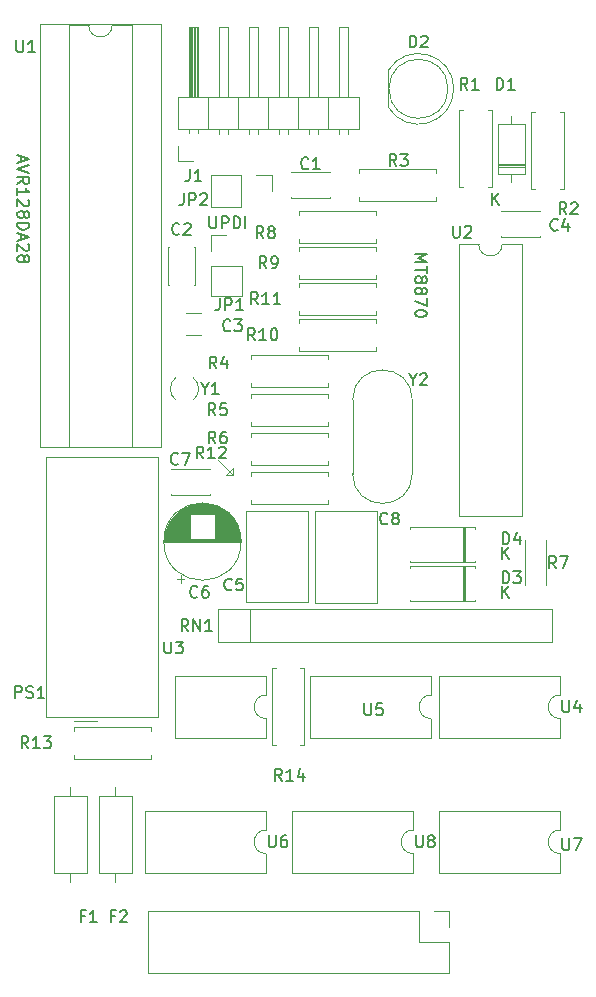
<source format=gbr>
G04 #@! TF.GenerationSoftware,KiCad,Pcbnew,8.0.1*
G04 #@! TF.CreationDate,2024-04-13T23:26:30-07:00*
G04 #@! TF.ProjectId,we755a_dtmf,77653735-3561-45f6-9474-6d662e6b6963,3*
G04 #@! TF.SameCoordinates,Original*
G04 #@! TF.FileFunction,Legend,Top*
G04 #@! TF.FilePolarity,Positive*
%FSLAX46Y46*%
G04 Gerber Fmt 4.6, Leading zero omitted, Abs format (unit mm)*
G04 Created by KiCad (PCBNEW 8.0.1) date 2024-04-13 23:26:30*
%MOMM*%
%LPD*%
G01*
G04 APERTURE LIST*
%ADD10C,0.120000*%
%ADD11C,0.150000*%
G04 APERTURE END LIST*
D10*
X136822000Y-93292000D02*
X136822000Y-92657000D01*
X136187000Y-93292000D02*
X136822000Y-93292000D01*
X136822000Y-92657000D02*
X136187000Y-93292000D01*
X135552000Y-92022000D02*
X136822000Y-93292000D01*
D11*
X118822895Y-66276160D02*
X118822895Y-66752350D01*
X118537180Y-66180922D02*
X119537180Y-66514255D01*
X119537180Y-66514255D02*
X118537180Y-66847588D01*
X119537180Y-67038065D02*
X118537180Y-67371398D01*
X118537180Y-67371398D02*
X119537180Y-67704731D01*
X118537180Y-68609493D02*
X119013371Y-68276160D01*
X118537180Y-68038065D02*
X119537180Y-68038065D01*
X119537180Y-68038065D02*
X119537180Y-68419017D01*
X119537180Y-68419017D02*
X119489561Y-68514255D01*
X119489561Y-68514255D02*
X119441942Y-68561874D01*
X119441942Y-68561874D02*
X119346704Y-68609493D01*
X119346704Y-68609493D02*
X119203847Y-68609493D01*
X119203847Y-68609493D02*
X119108609Y-68561874D01*
X119108609Y-68561874D02*
X119060990Y-68514255D01*
X119060990Y-68514255D02*
X119013371Y-68419017D01*
X119013371Y-68419017D02*
X119013371Y-68038065D01*
X118537180Y-69561874D02*
X118537180Y-68990446D01*
X118537180Y-69276160D02*
X119537180Y-69276160D01*
X119537180Y-69276160D02*
X119394323Y-69180922D01*
X119394323Y-69180922D02*
X119299085Y-69085684D01*
X119299085Y-69085684D02*
X119251466Y-68990446D01*
X119441942Y-69942827D02*
X119489561Y-69990446D01*
X119489561Y-69990446D02*
X119537180Y-70085684D01*
X119537180Y-70085684D02*
X119537180Y-70323779D01*
X119537180Y-70323779D02*
X119489561Y-70419017D01*
X119489561Y-70419017D02*
X119441942Y-70466636D01*
X119441942Y-70466636D02*
X119346704Y-70514255D01*
X119346704Y-70514255D02*
X119251466Y-70514255D01*
X119251466Y-70514255D02*
X119108609Y-70466636D01*
X119108609Y-70466636D02*
X118537180Y-69895208D01*
X118537180Y-69895208D02*
X118537180Y-70514255D01*
X119108609Y-71085684D02*
X119156228Y-70990446D01*
X119156228Y-70990446D02*
X119203847Y-70942827D01*
X119203847Y-70942827D02*
X119299085Y-70895208D01*
X119299085Y-70895208D02*
X119346704Y-70895208D01*
X119346704Y-70895208D02*
X119441942Y-70942827D01*
X119441942Y-70942827D02*
X119489561Y-70990446D01*
X119489561Y-70990446D02*
X119537180Y-71085684D01*
X119537180Y-71085684D02*
X119537180Y-71276160D01*
X119537180Y-71276160D02*
X119489561Y-71371398D01*
X119489561Y-71371398D02*
X119441942Y-71419017D01*
X119441942Y-71419017D02*
X119346704Y-71466636D01*
X119346704Y-71466636D02*
X119299085Y-71466636D01*
X119299085Y-71466636D02*
X119203847Y-71419017D01*
X119203847Y-71419017D02*
X119156228Y-71371398D01*
X119156228Y-71371398D02*
X119108609Y-71276160D01*
X119108609Y-71276160D02*
X119108609Y-71085684D01*
X119108609Y-71085684D02*
X119060990Y-70990446D01*
X119060990Y-70990446D02*
X119013371Y-70942827D01*
X119013371Y-70942827D02*
X118918133Y-70895208D01*
X118918133Y-70895208D02*
X118727657Y-70895208D01*
X118727657Y-70895208D02*
X118632419Y-70942827D01*
X118632419Y-70942827D02*
X118584800Y-70990446D01*
X118584800Y-70990446D02*
X118537180Y-71085684D01*
X118537180Y-71085684D02*
X118537180Y-71276160D01*
X118537180Y-71276160D02*
X118584800Y-71371398D01*
X118584800Y-71371398D02*
X118632419Y-71419017D01*
X118632419Y-71419017D02*
X118727657Y-71466636D01*
X118727657Y-71466636D02*
X118918133Y-71466636D01*
X118918133Y-71466636D02*
X119013371Y-71419017D01*
X119013371Y-71419017D02*
X119060990Y-71371398D01*
X119060990Y-71371398D02*
X119108609Y-71276160D01*
X118537180Y-71895208D02*
X119537180Y-71895208D01*
X119537180Y-71895208D02*
X119537180Y-72133303D01*
X119537180Y-72133303D02*
X119489561Y-72276160D01*
X119489561Y-72276160D02*
X119394323Y-72371398D01*
X119394323Y-72371398D02*
X119299085Y-72419017D01*
X119299085Y-72419017D02*
X119108609Y-72466636D01*
X119108609Y-72466636D02*
X118965752Y-72466636D01*
X118965752Y-72466636D02*
X118775276Y-72419017D01*
X118775276Y-72419017D02*
X118680038Y-72371398D01*
X118680038Y-72371398D02*
X118584800Y-72276160D01*
X118584800Y-72276160D02*
X118537180Y-72133303D01*
X118537180Y-72133303D02*
X118537180Y-71895208D01*
X118822895Y-72847589D02*
X118822895Y-73323779D01*
X118537180Y-72752351D02*
X119537180Y-73085684D01*
X119537180Y-73085684D02*
X118537180Y-73419017D01*
X119441942Y-73704732D02*
X119489561Y-73752351D01*
X119489561Y-73752351D02*
X119537180Y-73847589D01*
X119537180Y-73847589D02*
X119537180Y-74085684D01*
X119537180Y-74085684D02*
X119489561Y-74180922D01*
X119489561Y-74180922D02*
X119441942Y-74228541D01*
X119441942Y-74228541D02*
X119346704Y-74276160D01*
X119346704Y-74276160D02*
X119251466Y-74276160D01*
X119251466Y-74276160D02*
X119108609Y-74228541D01*
X119108609Y-74228541D02*
X118537180Y-73657113D01*
X118537180Y-73657113D02*
X118537180Y-74276160D01*
X119108609Y-74847589D02*
X119156228Y-74752351D01*
X119156228Y-74752351D02*
X119203847Y-74704732D01*
X119203847Y-74704732D02*
X119299085Y-74657113D01*
X119299085Y-74657113D02*
X119346704Y-74657113D01*
X119346704Y-74657113D02*
X119441942Y-74704732D01*
X119441942Y-74704732D02*
X119489561Y-74752351D01*
X119489561Y-74752351D02*
X119537180Y-74847589D01*
X119537180Y-74847589D02*
X119537180Y-75038065D01*
X119537180Y-75038065D02*
X119489561Y-75133303D01*
X119489561Y-75133303D02*
X119441942Y-75180922D01*
X119441942Y-75180922D02*
X119346704Y-75228541D01*
X119346704Y-75228541D02*
X119299085Y-75228541D01*
X119299085Y-75228541D02*
X119203847Y-75180922D01*
X119203847Y-75180922D02*
X119156228Y-75133303D01*
X119156228Y-75133303D02*
X119108609Y-75038065D01*
X119108609Y-75038065D02*
X119108609Y-74847589D01*
X119108609Y-74847589D02*
X119060990Y-74752351D01*
X119060990Y-74752351D02*
X119013371Y-74704732D01*
X119013371Y-74704732D02*
X118918133Y-74657113D01*
X118918133Y-74657113D02*
X118727657Y-74657113D01*
X118727657Y-74657113D02*
X118632419Y-74704732D01*
X118632419Y-74704732D02*
X118584800Y-74752351D01*
X118584800Y-74752351D02*
X118537180Y-74847589D01*
X118537180Y-74847589D02*
X118537180Y-75038065D01*
X118537180Y-75038065D02*
X118584800Y-75133303D01*
X118584800Y-75133303D02*
X118632419Y-75180922D01*
X118632419Y-75180922D02*
X118727657Y-75228541D01*
X118727657Y-75228541D02*
X118918133Y-75228541D01*
X118918133Y-75228541D02*
X119013371Y-75180922D01*
X119013371Y-75180922D02*
X119060990Y-75133303D01*
X119060990Y-75133303D02*
X119108609Y-75038065D01*
X152192180Y-74578779D02*
X153192180Y-74578779D01*
X153192180Y-74578779D02*
X152477895Y-74912112D01*
X152477895Y-74912112D02*
X153192180Y-75245445D01*
X153192180Y-75245445D02*
X152192180Y-75245445D01*
X153192180Y-75578779D02*
X153192180Y-76150207D01*
X152192180Y-75864493D02*
X153192180Y-75864493D01*
X152763609Y-76626398D02*
X152811228Y-76531160D01*
X152811228Y-76531160D02*
X152858847Y-76483541D01*
X152858847Y-76483541D02*
X152954085Y-76435922D01*
X152954085Y-76435922D02*
X153001704Y-76435922D01*
X153001704Y-76435922D02*
X153096942Y-76483541D01*
X153096942Y-76483541D02*
X153144561Y-76531160D01*
X153144561Y-76531160D02*
X153192180Y-76626398D01*
X153192180Y-76626398D02*
X153192180Y-76816874D01*
X153192180Y-76816874D02*
X153144561Y-76912112D01*
X153144561Y-76912112D02*
X153096942Y-76959731D01*
X153096942Y-76959731D02*
X153001704Y-77007350D01*
X153001704Y-77007350D02*
X152954085Y-77007350D01*
X152954085Y-77007350D02*
X152858847Y-76959731D01*
X152858847Y-76959731D02*
X152811228Y-76912112D01*
X152811228Y-76912112D02*
X152763609Y-76816874D01*
X152763609Y-76816874D02*
X152763609Y-76626398D01*
X152763609Y-76626398D02*
X152715990Y-76531160D01*
X152715990Y-76531160D02*
X152668371Y-76483541D01*
X152668371Y-76483541D02*
X152573133Y-76435922D01*
X152573133Y-76435922D02*
X152382657Y-76435922D01*
X152382657Y-76435922D02*
X152287419Y-76483541D01*
X152287419Y-76483541D02*
X152239800Y-76531160D01*
X152239800Y-76531160D02*
X152192180Y-76626398D01*
X152192180Y-76626398D02*
X152192180Y-76816874D01*
X152192180Y-76816874D02*
X152239800Y-76912112D01*
X152239800Y-76912112D02*
X152287419Y-76959731D01*
X152287419Y-76959731D02*
X152382657Y-77007350D01*
X152382657Y-77007350D02*
X152573133Y-77007350D01*
X152573133Y-77007350D02*
X152668371Y-76959731D01*
X152668371Y-76959731D02*
X152715990Y-76912112D01*
X152715990Y-76912112D02*
X152763609Y-76816874D01*
X152763609Y-77578779D02*
X152811228Y-77483541D01*
X152811228Y-77483541D02*
X152858847Y-77435922D01*
X152858847Y-77435922D02*
X152954085Y-77388303D01*
X152954085Y-77388303D02*
X153001704Y-77388303D01*
X153001704Y-77388303D02*
X153096942Y-77435922D01*
X153096942Y-77435922D02*
X153144561Y-77483541D01*
X153144561Y-77483541D02*
X153192180Y-77578779D01*
X153192180Y-77578779D02*
X153192180Y-77769255D01*
X153192180Y-77769255D02*
X153144561Y-77864493D01*
X153144561Y-77864493D02*
X153096942Y-77912112D01*
X153096942Y-77912112D02*
X153001704Y-77959731D01*
X153001704Y-77959731D02*
X152954085Y-77959731D01*
X152954085Y-77959731D02*
X152858847Y-77912112D01*
X152858847Y-77912112D02*
X152811228Y-77864493D01*
X152811228Y-77864493D02*
X152763609Y-77769255D01*
X152763609Y-77769255D02*
X152763609Y-77578779D01*
X152763609Y-77578779D02*
X152715990Y-77483541D01*
X152715990Y-77483541D02*
X152668371Y-77435922D01*
X152668371Y-77435922D02*
X152573133Y-77388303D01*
X152573133Y-77388303D02*
X152382657Y-77388303D01*
X152382657Y-77388303D02*
X152287419Y-77435922D01*
X152287419Y-77435922D02*
X152239800Y-77483541D01*
X152239800Y-77483541D02*
X152192180Y-77578779D01*
X152192180Y-77578779D02*
X152192180Y-77769255D01*
X152192180Y-77769255D02*
X152239800Y-77864493D01*
X152239800Y-77864493D02*
X152287419Y-77912112D01*
X152287419Y-77912112D02*
X152382657Y-77959731D01*
X152382657Y-77959731D02*
X152573133Y-77959731D01*
X152573133Y-77959731D02*
X152668371Y-77912112D01*
X152668371Y-77912112D02*
X152715990Y-77864493D01*
X152715990Y-77864493D02*
X152763609Y-77769255D01*
X153192180Y-78293065D02*
X153192180Y-78959731D01*
X153192180Y-78959731D02*
X152192180Y-78531160D01*
X153192180Y-79531160D02*
X153192180Y-79626398D01*
X153192180Y-79626398D02*
X153144561Y-79721636D01*
X153144561Y-79721636D02*
X153096942Y-79769255D01*
X153096942Y-79769255D02*
X153001704Y-79816874D01*
X153001704Y-79816874D02*
X152811228Y-79864493D01*
X152811228Y-79864493D02*
X152573133Y-79864493D01*
X152573133Y-79864493D02*
X152382657Y-79816874D01*
X152382657Y-79816874D02*
X152287419Y-79769255D01*
X152287419Y-79769255D02*
X152239800Y-79721636D01*
X152239800Y-79721636D02*
X152192180Y-79626398D01*
X152192180Y-79626398D02*
X152192180Y-79531160D01*
X152192180Y-79531160D02*
X152239800Y-79435922D01*
X152239800Y-79435922D02*
X152287419Y-79388303D01*
X152287419Y-79388303D02*
X152382657Y-79340684D01*
X152382657Y-79340684D02*
X152573133Y-79293065D01*
X152573133Y-79293065D02*
X152811228Y-79293065D01*
X152811228Y-79293065D02*
X153001704Y-79340684D01*
X153001704Y-79340684D02*
X153096942Y-79388303D01*
X153096942Y-79388303D02*
X153144561Y-79435922D01*
X153144561Y-79435922D02*
X153192180Y-79531160D01*
X134787779Y-71362819D02*
X134787779Y-72172342D01*
X134787779Y-72172342D02*
X134835398Y-72267580D01*
X134835398Y-72267580D02*
X134883017Y-72315200D01*
X134883017Y-72315200D02*
X134978255Y-72362819D01*
X134978255Y-72362819D02*
X135168731Y-72362819D01*
X135168731Y-72362819D02*
X135263969Y-72315200D01*
X135263969Y-72315200D02*
X135311588Y-72267580D01*
X135311588Y-72267580D02*
X135359207Y-72172342D01*
X135359207Y-72172342D02*
X135359207Y-71362819D01*
X135835398Y-72362819D02*
X135835398Y-71362819D01*
X135835398Y-71362819D02*
X136216350Y-71362819D01*
X136216350Y-71362819D02*
X136311588Y-71410438D01*
X136311588Y-71410438D02*
X136359207Y-71458057D01*
X136359207Y-71458057D02*
X136406826Y-71553295D01*
X136406826Y-71553295D02*
X136406826Y-71696152D01*
X136406826Y-71696152D02*
X136359207Y-71791390D01*
X136359207Y-71791390D02*
X136311588Y-71839009D01*
X136311588Y-71839009D02*
X136216350Y-71886628D01*
X136216350Y-71886628D02*
X135835398Y-71886628D01*
X136835398Y-72362819D02*
X136835398Y-71362819D01*
X136835398Y-71362819D02*
X137073493Y-71362819D01*
X137073493Y-71362819D02*
X137216350Y-71410438D01*
X137216350Y-71410438D02*
X137311588Y-71505676D01*
X137311588Y-71505676D02*
X137359207Y-71600914D01*
X137359207Y-71600914D02*
X137406826Y-71791390D01*
X137406826Y-71791390D02*
X137406826Y-71934247D01*
X137406826Y-71934247D02*
X137359207Y-72124723D01*
X137359207Y-72124723D02*
X137311588Y-72219961D01*
X137311588Y-72219961D02*
X137216350Y-72315200D01*
X137216350Y-72315200D02*
X137073493Y-72362819D01*
X137073493Y-72362819D02*
X136835398Y-72362819D01*
X137835398Y-72362819D02*
X137835398Y-71362819D01*
X130980095Y-107351819D02*
X130980095Y-108161342D01*
X130980095Y-108161342D02*
X131027714Y-108256580D01*
X131027714Y-108256580D02*
X131075333Y-108304200D01*
X131075333Y-108304200D02*
X131170571Y-108351819D01*
X131170571Y-108351819D02*
X131361047Y-108351819D01*
X131361047Y-108351819D02*
X131456285Y-108304200D01*
X131456285Y-108304200D02*
X131503904Y-108256580D01*
X131503904Y-108256580D02*
X131551523Y-108161342D01*
X131551523Y-108161342D02*
X131551523Y-107351819D01*
X131932476Y-107351819D02*
X132551523Y-107351819D01*
X132551523Y-107351819D02*
X132218190Y-107732771D01*
X132218190Y-107732771D02*
X132361047Y-107732771D01*
X132361047Y-107732771D02*
X132456285Y-107780390D01*
X132456285Y-107780390D02*
X132503904Y-107828009D01*
X132503904Y-107828009D02*
X132551523Y-107923247D01*
X132551523Y-107923247D02*
X132551523Y-108161342D01*
X132551523Y-108161342D02*
X132503904Y-108256580D01*
X132503904Y-108256580D02*
X132456285Y-108304200D01*
X132456285Y-108304200D02*
X132361047Y-108351819D01*
X132361047Y-108351819D02*
X132075333Y-108351819D01*
X132075333Y-108351819D02*
X131980095Y-108304200D01*
X131980095Y-108304200D02*
X131932476Y-108256580D01*
X165018333Y-71169819D02*
X164685000Y-70693628D01*
X164446905Y-71169819D02*
X164446905Y-70169819D01*
X164446905Y-70169819D02*
X164827857Y-70169819D01*
X164827857Y-70169819D02*
X164923095Y-70217438D01*
X164923095Y-70217438D02*
X164970714Y-70265057D01*
X164970714Y-70265057D02*
X165018333Y-70360295D01*
X165018333Y-70360295D02*
X165018333Y-70503152D01*
X165018333Y-70503152D02*
X164970714Y-70598390D01*
X164970714Y-70598390D02*
X164923095Y-70646009D01*
X164923095Y-70646009D02*
X164827857Y-70693628D01*
X164827857Y-70693628D02*
X164446905Y-70693628D01*
X165399286Y-70265057D02*
X165446905Y-70217438D01*
X165446905Y-70217438D02*
X165542143Y-70169819D01*
X165542143Y-70169819D02*
X165780238Y-70169819D01*
X165780238Y-70169819D02*
X165875476Y-70217438D01*
X165875476Y-70217438D02*
X165923095Y-70265057D01*
X165923095Y-70265057D02*
X165970714Y-70360295D01*
X165970714Y-70360295D02*
X165970714Y-70455533D01*
X165970714Y-70455533D02*
X165923095Y-70598390D01*
X165923095Y-70598390D02*
X165351667Y-71169819D01*
X165351667Y-71169819D02*
X165970714Y-71169819D01*
X156636333Y-60628819D02*
X156303000Y-60152628D01*
X156064905Y-60628819D02*
X156064905Y-59628819D01*
X156064905Y-59628819D02*
X156445857Y-59628819D01*
X156445857Y-59628819D02*
X156541095Y-59676438D01*
X156541095Y-59676438D02*
X156588714Y-59724057D01*
X156588714Y-59724057D02*
X156636333Y-59819295D01*
X156636333Y-59819295D02*
X156636333Y-59962152D01*
X156636333Y-59962152D02*
X156588714Y-60057390D01*
X156588714Y-60057390D02*
X156541095Y-60105009D01*
X156541095Y-60105009D02*
X156445857Y-60152628D01*
X156445857Y-60152628D02*
X156064905Y-60152628D01*
X157588714Y-60628819D02*
X157017286Y-60628819D01*
X157303000Y-60628819D02*
X157303000Y-59628819D01*
X157303000Y-59628819D02*
X157207762Y-59771676D01*
X157207762Y-59771676D02*
X157112524Y-59866914D01*
X157112524Y-59866914D02*
X157017286Y-59914533D01*
X159112905Y-60628819D02*
X159112905Y-59628819D01*
X159112905Y-59628819D02*
X159351000Y-59628819D01*
X159351000Y-59628819D02*
X159493857Y-59676438D01*
X159493857Y-59676438D02*
X159589095Y-59771676D01*
X159589095Y-59771676D02*
X159636714Y-59866914D01*
X159636714Y-59866914D02*
X159684333Y-60057390D01*
X159684333Y-60057390D02*
X159684333Y-60200247D01*
X159684333Y-60200247D02*
X159636714Y-60390723D01*
X159636714Y-60390723D02*
X159589095Y-60485961D01*
X159589095Y-60485961D02*
X159493857Y-60581200D01*
X159493857Y-60581200D02*
X159351000Y-60628819D01*
X159351000Y-60628819D02*
X159112905Y-60628819D01*
X160636714Y-60628819D02*
X160065286Y-60628819D01*
X160351000Y-60628819D02*
X160351000Y-59628819D01*
X160351000Y-59628819D02*
X160255762Y-59771676D01*
X160255762Y-59771676D02*
X160160524Y-59866914D01*
X160160524Y-59866914D02*
X160065286Y-59914533D01*
X158700095Y-70407819D02*
X158700095Y-69407819D01*
X159271523Y-70407819D02*
X158842952Y-69836390D01*
X159271523Y-69407819D02*
X158700095Y-69979247D01*
X140920142Y-119146819D02*
X140586809Y-118670628D01*
X140348714Y-119146819D02*
X140348714Y-118146819D01*
X140348714Y-118146819D02*
X140729666Y-118146819D01*
X140729666Y-118146819D02*
X140824904Y-118194438D01*
X140824904Y-118194438D02*
X140872523Y-118242057D01*
X140872523Y-118242057D02*
X140920142Y-118337295D01*
X140920142Y-118337295D02*
X140920142Y-118480152D01*
X140920142Y-118480152D02*
X140872523Y-118575390D01*
X140872523Y-118575390D02*
X140824904Y-118623009D01*
X140824904Y-118623009D02*
X140729666Y-118670628D01*
X140729666Y-118670628D02*
X140348714Y-118670628D01*
X141872523Y-119146819D02*
X141301095Y-119146819D01*
X141586809Y-119146819D02*
X141586809Y-118146819D01*
X141586809Y-118146819D02*
X141491571Y-118289676D01*
X141491571Y-118289676D02*
X141396333Y-118384914D01*
X141396333Y-118384914D02*
X141301095Y-118432533D01*
X142729666Y-118480152D02*
X142729666Y-119146819D01*
X142491571Y-118099200D02*
X142253476Y-118813485D01*
X142253476Y-118813485D02*
X142872523Y-118813485D01*
X126751666Y-130590009D02*
X126418333Y-130590009D01*
X126418333Y-131113819D02*
X126418333Y-130113819D01*
X126418333Y-130113819D02*
X126894523Y-130113819D01*
X127227857Y-130209057D02*
X127275476Y-130161438D01*
X127275476Y-130161438D02*
X127370714Y-130113819D01*
X127370714Y-130113819D02*
X127608809Y-130113819D01*
X127608809Y-130113819D02*
X127704047Y-130161438D01*
X127704047Y-130161438D02*
X127751666Y-130209057D01*
X127751666Y-130209057D02*
X127799285Y-130304295D01*
X127799285Y-130304295D02*
X127799285Y-130399533D01*
X127799285Y-130399533D02*
X127751666Y-130542390D01*
X127751666Y-130542390D02*
X127180238Y-131113819D01*
X127180238Y-131113819D02*
X127799285Y-131113819D01*
X152008809Y-85171628D02*
X152008809Y-85647819D01*
X151675476Y-84647819D02*
X152008809Y-85171628D01*
X152008809Y-85171628D02*
X152342142Y-84647819D01*
X152627857Y-84743057D02*
X152675476Y-84695438D01*
X152675476Y-84695438D02*
X152770714Y-84647819D01*
X152770714Y-84647819D02*
X153008809Y-84647819D01*
X153008809Y-84647819D02*
X153104047Y-84695438D01*
X153104047Y-84695438D02*
X153151666Y-84743057D01*
X153151666Y-84743057D02*
X153199285Y-84838295D01*
X153199285Y-84838295D02*
X153199285Y-84933533D01*
X153199285Y-84933533D02*
X153151666Y-85076390D01*
X153151666Y-85076390D02*
X152580238Y-85647819D01*
X152580238Y-85647819D02*
X153199285Y-85647819D01*
X118335714Y-112136419D02*
X118335714Y-111136419D01*
X118335714Y-111136419D02*
X118716666Y-111136419D01*
X118716666Y-111136419D02*
X118811904Y-111184038D01*
X118811904Y-111184038D02*
X118859523Y-111231657D01*
X118859523Y-111231657D02*
X118907142Y-111326895D01*
X118907142Y-111326895D02*
X118907142Y-111469752D01*
X118907142Y-111469752D02*
X118859523Y-111564990D01*
X118859523Y-111564990D02*
X118811904Y-111612609D01*
X118811904Y-111612609D02*
X118716666Y-111660228D01*
X118716666Y-111660228D02*
X118335714Y-111660228D01*
X119288095Y-112088800D02*
X119430952Y-112136419D01*
X119430952Y-112136419D02*
X119669047Y-112136419D01*
X119669047Y-112136419D02*
X119764285Y-112088800D01*
X119764285Y-112088800D02*
X119811904Y-112041180D01*
X119811904Y-112041180D02*
X119859523Y-111945942D01*
X119859523Y-111945942D02*
X119859523Y-111850704D01*
X119859523Y-111850704D02*
X119811904Y-111755466D01*
X119811904Y-111755466D02*
X119764285Y-111707847D01*
X119764285Y-111707847D02*
X119669047Y-111660228D01*
X119669047Y-111660228D02*
X119478571Y-111612609D01*
X119478571Y-111612609D02*
X119383333Y-111564990D01*
X119383333Y-111564990D02*
X119335714Y-111517371D01*
X119335714Y-111517371D02*
X119288095Y-111422133D01*
X119288095Y-111422133D02*
X119288095Y-111326895D01*
X119288095Y-111326895D02*
X119335714Y-111231657D01*
X119335714Y-111231657D02*
X119383333Y-111184038D01*
X119383333Y-111184038D02*
X119478571Y-111136419D01*
X119478571Y-111136419D02*
X119716666Y-111136419D01*
X119716666Y-111136419D02*
X119859523Y-111184038D01*
X120811904Y-112136419D02*
X120240476Y-112136419D01*
X120526190Y-112136419D02*
X120526190Y-111136419D01*
X120526190Y-111136419D02*
X120430952Y-111279276D01*
X120430952Y-111279276D02*
X120335714Y-111374514D01*
X120335714Y-111374514D02*
X120240476Y-111422133D01*
X152275095Y-123763819D02*
X152275095Y-124573342D01*
X152275095Y-124573342D02*
X152322714Y-124668580D01*
X152322714Y-124668580D02*
X152370333Y-124716200D01*
X152370333Y-124716200D02*
X152465571Y-124763819D01*
X152465571Y-124763819D02*
X152656047Y-124763819D01*
X152656047Y-124763819D02*
X152751285Y-124716200D01*
X152751285Y-124716200D02*
X152798904Y-124668580D01*
X152798904Y-124668580D02*
X152846523Y-124573342D01*
X152846523Y-124573342D02*
X152846523Y-123763819D01*
X153465571Y-124192390D02*
X153370333Y-124144771D01*
X153370333Y-124144771D02*
X153322714Y-124097152D01*
X153322714Y-124097152D02*
X153275095Y-124001914D01*
X153275095Y-124001914D02*
X153275095Y-123954295D01*
X153275095Y-123954295D02*
X153322714Y-123859057D01*
X153322714Y-123859057D02*
X153370333Y-123811438D01*
X153370333Y-123811438D02*
X153465571Y-123763819D01*
X153465571Y-123763819D02*
X153656047Y-123763819D01*
X153656047Y-123763819D02*
X153751285Y-123811438D01*
X153751285Y-123811438D02*
X153798904Y-123859057D01*
X153798904Y-123859057D02*
X153846523Y-123954295D01*
X153846523Y-123954295D02*
X153846523Y-124001914D01*
X153846523Y-124001914D02*
X153798904Y-124097152D01*
X153798904Y-124097152D02*
X153751285Y-124144771D01*
X153751285Y-124144771D02*
X153656047Y-124192390D01*
X153656047Y-124192390D02*
X153465571Y-124192390D01*
X153465571Y-124192390D02*
X153370333Y-124240009D01*
X153370333Y-124240009D02*
X153322714Y-124287628D01*
X153322714Y-124287628D02*
X153275095Y-124382866D01*
X153275095Y-124382866D02*
X153275095Y-124573342D01*
X153275095Y-124573342D02*
X153322714Y-124668580D01*
X153322714Y-124668580D02*
X153370333Y-124716200D01*
X153370333Y-124716200D02*
X153465571Y-124763819D01*
X153465571Y-124763819D02*
X153656047Y-124763819D01*
X153656047Y-124763819D02*
X153751285Y-124716200D01*
X153751285Y-124716200D02*
X153798904Y-124668580D01*
X153798904Y-124668580D02*
X153846523Y-124573342D01*
X153846523Y-124573342D02*
X153846523Y-124382866D01*
X153846523Y-124382866D02*
X153798904Y-124287628D01*
X153798904Y-124287628D02*
X153751285Y-124240009D01*
X153751285Y-124240009D02*
X153656047Y-124192390D01*
X139618333Y-75741819D02*
X139285000Y-75265628D01*
X139046905Y-75741819D02*
X139046905Y-74741819D01*
X139046905Y-74741819D02*
X139427857Y-74741819D01*
X139427857Y-74741819D02*
X139523095Y-74789438D01*
X139523095Y-74789438D02*
X139570714Y-74837057D01*
X139570714Y-74837057D02*
X139618333Y-74932295D01*
X139618333Y-74932295D02*
X139618333Y-75075152D01*
X139618333Y-75075152D02*
X139570714Y-75170390D01*
X139570714Y-75170390D02*
X139523095Y-75218009D01*
X139523095Y-75218009D02*
X139427857Y-75265628D01*
X139427857Y-75265628D02*
X139046905Y-75265628D01*
X140094524Y-75741819D02*
X140285000Y-75741819D01*
X140285000Y-75741819D02*
X140380238Y-75694200D01*
X140380238Y-75694200D02*
X140427857Y-75646580D01*
X140427857Y-75646580D02*
X140523095Y-75503723D01*
X140523095Y-75503723D02*
X140570714Y-75313247D01*
X140570714Y-75313247D02*
X140570714Y-74932295D01*
X140570714Y-74932295D02*
X140523095Y-74837057D01*
X140523095Y-74837057D02*
X140475476Y-74789438D01*
X140475476Y-74789438D02*
X140380238Y-74741819D01*
X140380238Y-74741819D02*
X140189762Y-74741819D01*
X140189762Y-74741819D02*
X140094524Y-74789438D01*
X140094524Y-74789438D02*
X140046905Y-74837057D01*
X140046905Y-74837057D02*
X139999286Y-74932295D01*
X139999286Y-74932295D02*
X139999286Y-75170390D01*
X139999286Y-75170390D02*
X140046905Y-75265628D01*
X140046905Y-75265628D02*
X140094524Y-75313247D01*
X140094524Y-75313247D02*
X140189762Y-75360866D01*
X140189762Y-75360866D02*
X140380238Y-75360866D01*
X140380238Y-75360866D02*
X140475476Y-75313247D01*
X140475476Y-75313247D02*
X140523095Y-75265628D01*
X140523095Y-75265628D02*
X140570714Y-75170390D01*
X151746905Y-57049819D02*
X151746905Y-56049819D01*
X151746905Y-56049819D02*
X151985000Y-56049819D01*
X151985000Y-56049819D02*
X152127857Y-56097438D01*
X152127857Y-56097438D02*
X152223095Y-56192676D01*
X152223095Y-56192676D02*
X152270714Y-56287914D01*
X152270714Y-56287914D02*
X152318333Y-56478390D01*
X152318333Y-56478390D02*
X152318333Y-56621247D01*
X152318333Y-56621247D02*
X152270714Y-56811723D01*
X152270714Y-56811723D02*
X152223095Y-56906961D01*
X152223095Y-56906961D02*
X152127857Y-57002200D01*
X152127857Y-57002200D02*
X151985000Y-57049819D01*
X151985000Y-57049819D02*
X151746905Y-57049819D01*
X152699286Y-56145057D02*
X152746905Y-56097438D01*
X152746905Y-56097438D02*
X152842143Y-56049819D01*
X152842143Y-56049819D02*
X153080238Y-56049819D01*
X153080238Y-56049819D02*
X153175476Y-56097438D01*
X153175476Y-56097438D02*
X153223095Y-56145057D01*
X153223095Y-56145057D02*
X153270714Y-56240295D01*
X153270714Y-56240295D02*
X153270714Y-56335533D01*
X153270714Y-56335533D02*
X153223095Y-56478390D01*
X153223095Y-56478390D02*
X152651667Y-57049819D01*
X152651667Y-57049819D02*
X153270714Y-57049819D01*
X138634142Y-81837819D02*
X138300809Y-81361628D01*
X138062714Y-81837819D02*
X138062714Y-80837819D01*
X138062714Y-80837819D02*
X138443666Y-80837819D01*
X138443666Y-80837819D02*
X138538904Y-80885438D01*
X138538904Y-80885438D02*
X138586523Y-80933057D01*
X138586523Y-80933057D02*
X138634142Y-81028295D01*
X138634142Y-81028295D02*
X138634142Y-81171152D01*
X138634142Y-81171152D02*
X138586523Y-81266390D01*
X138586523Y-81266390D02*
X138538904Y-81314009D01*
X138538904Y-81314009D02*
X138443666Y-81361628D01*
X138443666Y-81361628D02*
X138062714Y-81361628D01*
X139586523Y-81837819D02*
X139015095Y-81837819D01*
X139300809Y-81837819D02*
X139300809Y-80837819D01*
X139300809Y-80837819D02*
X139205571Y-80980676D01*
X139205571Y-80980676D02*
X139110333Y-81075914D01*
X139110333Y-81075914D02*
X139015095Y-81123533D01*
X140205571Y-80837819D02*
X140300809Y-80837819D01*
X140300809Y-80837819D02*
X140396047Y-80885438D01*
X140396047Y-80885438D02*
X140443666Y-80933057D01*
X140443666Y-80933057D02*
X140491285Y-81028295D01*
X140491285Y-81028295D02*
X140538904Y-81218771D01*
X140538904Y-81218771D02*
X140538904Y-81456866D01*
X140538904Y-81456866D02*
X140491285Y-81647342D01*
X140491285Y-81647342D02*
X140443666Y-81742580D01*
X140443666Y-81742580D02*
X140396047Y-81790200D01*
X140396047Y-81790200D02*
X140300809Y-81837819D01*
X140300809Y-81837819D02*
X140205571Y-81837819D01*
X140205571Y-81837819D02*
X140110333Y-81790200D01*
X140110333Y-81790200D02*
X140062714Y-81742580D01*
X140062714Y-81742580D02*
X140015095Y-81647342D01*
X140015095Y-81647342D02*
X139967476Y-81456866D01*
X139967476Y-81456866D02*
X139967476Y-81218771D01*
X139967476Y-81218771D02*
X140015095Y-81028295D01*
X140015095Y-81028295D02*
X140062714Y-80933057D01*
X140062714Y-80933057D02*
X140110333Y-80885438D01*
X140110333Y-80885438D02*
X140205571Y-80837819D01*
X134274142Y-91841819D02*
X133940809Y-91365628D01*
X133702714Y-91841819D02*
X133702714Y-90841819D01*
X133702714Y-90841819D02*
X134083666Y-90841819D01*
X134083666Y-90841819D02*
X134178904Y-90889438D01*
X134178904Y-90889438D02*
X134226523Y-90937057D01*
X134226523Y-90937057D02*
X134274142Y-91032295D01*
X134274142Y-91032295D02*
X134274142Y-91175152D01*
X134274142Y-91175152D02*
X134226523Y-91270390D01*
X134226523Y-91270390D02*
X134178904Y-91318009D01*
X134178904Y-91318009D02*
X134083666Y-91365628D01*
X134083666Y-91365628D02*
X133702714Y-91365628D01*
X135226523Y-91841819D02*
X134655095Y-91841819D01*
X134940809Y-91841819D02*
X134940809Y-90841819D01*
X134940809Y-90841819D02*
X134845571Y-90984676D01*
X134845571Y-90984676D02*
X134750333Y-91079914D01*
X134750333Y-91079914D02*
X134655095Y-91127533D01*
X135607476Y-90937057D02*
X135655095Y-90889438D01*
X135655095Y-90889438D02*
X135750333Y-90841819D01*
X135750333Y-90841819D02*
X135988428Y-90841819D01*
X135988428Y-90841819D02*
X136083666Y-90889438D01*
X136083666Y-90889438D02*
X136131285Y-90937057D01*
X136131285Y-90937057D02*
X136178904Y-91032295D01*
X136178904Y-91032295D02*
X136178904Y-91127533D01*
X136178904Y-91127533D02*
X136131285Y-91270390D01*
X136131285Y-91270390D02*
X135559857Y-91841819D01*
X135559857Y-91841819D02*
X136178904Y-91841819D01*
X143174333Y-67264580D02*
X143126714Y-67312200D01*
X143126714Y-67312200D02*
X142983857Y-67359819D01*
X142983857Y-67359819D02*
X142888619Y-67359819D01*
X142888619Y-67359819D02*
X142745762Y-67312200D01*
X142745762Y-67312200D02*
X142650524Y-67216961D01*
X142650524Y-67216961D02*
X142602905Y-67121723D01*
X142602905Y-67121723D02*
X142555286Y-66931247D01*
X142555286Y-66931247D02*
X142555286Y-66788390D01*
X142555286Y-66788390D02*
X142602905Y-66597914D01*
X142602905Y-66597914D02*
X142650524Y-66502676D01*
X142650524Y-66502676D02*
X142745762Y-66407438D01*
X142745762Y-66407438D02*
X142888619Y-66359819D01*
X142888619Y-66359819D02*
X142983857Y-66359819D01*
X142983857Y-66359819D02*
X143126714Y-66407438D01*
X143126714Y-66407438D02*
X143174333Y-66455057D01*
X144126714Y-67359819D02*
X143555286Y-67359819D01*
X143841000Y-67359819D02*
X143841000Y-66359819D01*
X143841000Y-66359819D02*
X143745762Y-66502676D01*
X143745762Y-66502676D02*
X143650524Y-66597914D01*
X143650524Y-66597914D02*
X143555286Y-66645533D01*
X124211666Y-130590009D02*
X123878333Y-130590009D01*
X123878333Y-131113819D02*
X123878333Y-130113819D01*
X123878333Y-130113819D02*
X124354523Y-130113819D01*
X125259285Y-131113819D02*
X124687857Y-131113819D01*
X124973571Y-131113819D02*
X124973571Y-130113819D01*
X124973571Y-130113819D02*
X124878333Y-130256676D01*
X124878333Y-130256676D02*
X124783095Y-130351914D01*
X124783095Y-130351914D02*
X124687857Y-130399533D01*
X134396809Y-85933628D02*
X134396809Y-86409819D01*
X134063476Y-85409819D02*
X134396809Y-85933628D01*
X134396809Y-85933628D02*
X134730142Y-85409819D01*
X135587285Y-86409819D02*
X135015857Y-86409819D01*
X135301571Y-86409819D02*
X135301571Y-85409819D01*
X135301571Y-85409819D02*
X135206333Y-85552676D01*
X135206333Y-85552676D02*
X135111095Y-85647914D01*
X135111095Y-85647914D02*
X135015857Y-85695533D01*
X149863333Y-97334580D02*
X149815714Y-97382200D01*
X149815714Y-97382200D02*
X149672857Y-97429819D01*
X149672857Y-97429819D02*
X149577619Y-97429819D01*
X149577619Y-97429819D02*
X149434762Y-97382200D01*
X149434762Y-97382200D02*
X149339524Y-97286961D01*
X149339524Y-97286961D02*
X149291905Y-97191723D01*
X149291905Y-97191723D02*
X149244286Y-97001247D01*
X149244286Y-97001247D02*
X149244286Y-96858390D01*
X149244286Y-96858390D02*
X149291905Y-96667914D01*
X149291905Y-96667914D02*
X149339524Y-96572676D01*
X149339524Y-96572676D02*
X149434762Y-96477438D01*
X149434762Y-96477438D02*
X149577619Y-96429819D01*
X149577619Y-96429819D02*
X149672857Y-96429819D01*
X149672857Y-96429819D02*
X149815714Y-96477438D01*
X149815714Y-96477438D02*
X149863333Y-96525057D01*
X150434762Y-96858390D02*
X150339524Y-96810771D01*
X150339524Y-96810771D02*
X150291905Y-96763152D01*
X150291905Y-96763152D02*
X150244286Y-96667914D01*
X150244286Y-96667914D02*
X150244286Y-96620295D01*
X150244286Y-96620295D02*
X150291905Y-96525057D01*
X150291905Y-96525057D02*
X150339524Y-96477438D01*
X150339524Y-96477438D02*
X150434762Y-96429819D01*
X150434762Y-96429819D02*
X150625238Y-96429819D01*
X150625238Y-96429819D02*
X150720476Y-96477438D01*
X150720476Y-96477438D02*
X150768095Y-96525057D01*
X150768095Y-96525057D02*
X150815714Y-96620295D01*
X150815714Y-96620295D02*
X150815714Y-96667914D01*
X150815714Y-96667914D02*
X150768095Y-96763152D01*
X150768095Y-96763152D02*
X150720476Y-96810771D01*
X150720476Y-96810771D02*
X150625238Y-96858390D01*
X150625238Y-96858390D02*
X150434762Y-96858390D01*
X150434762Y-96858390D02*
X150339524Y-96906009D01*
X150339524Y-96906009D02*
X150291905Y-96953628D01*
X150291905Y-96953628D02*
X150244286Y-97048866D01*
X150244286Y-97048866D02*
X150244286Y-97239342D01*
X150244286Y-97239342D02*
X150291905Y-97334580D01*
X150291905Y-97334580D02*
X150339524Y-97382200D01*
X150339524Y-97382200D02*
X150434762Y-97429819D01*
X150434762Y-97429819D02*
X150625238Y-97429819D01*
X150625238Y-97429819D02*
X150720476Y-97382200D01*
X150720476Y-97382200D02*
X150768095Y-97334580D01*
X150768095Y-97334580D02*
X150815714Y-97239342D01*
X150815714Y-97239342D02*
X150815714Y-97048866D01*
X150815714Y-97048866D02*
X150768095Y-96953628D01*
X150768095Y-96953628D02*
X150720476Y-96906009D01*
X150720476Y-96906009D02*
X150625238Y-96858390D01*
X147913095Y-112587819D02*
X147913095Y-113397342D01*
X147913095Y-113397342D02*
X147960714Y-113492580D01*
X147960714Y-113492580D02*
X148008333Y-113540200D01*
X148008333Y-113540200D02*
X148103571Y-113587819D01*
X148103571Y-113587819D02*
X148294047Y-113587819D01*
X148294047Y-113587819D02*
X148389285Y-113540200D01*
X148389285Y-113540200D02*
X148436904Y-113492580D01*
X148436904Y-113492580D02*
X148484523Y-113397342D01*
X148484523Y-113397342D02*
X148484523Y-112587819D01*
X149436904Y-112587819D02*
X148960714Y-112587819D01*
X148960714Y-112587819D02*
X148913095Y-113064009D01*
X148913095Y-113064009D02*
X148960714Y-113016390D01*
X148960714Y-113016390D02*
X149055952Y-112968771D01*
X149055952Y-112968771D02*
X149294047Y-112968771D01*
X149294047Y-112968771D02*
X149389285Y-113016390D01*
X149389285Y-113016390D02*
X149436904Y-113064009D01*
X149436904Y-113064009D02*
X149484523Y-113159247D01*
X149484523Y-113159247D02*
X149484523Y-113397342D01*
X149484523Y-113397342D02*
X149436904Y-113492580D01*
X149436904Y-113492580D02*
X149389285Y-113540200D01*
X149389285Y-113540200D02*
X149294047Y-113587819D01*
X149294047Y-113587819D02*
X149055952Y-113587819D01*
X149055952Y-113587819D02*
X148960714Y-113540200D01*
X148960714Y-113540200D02*
X148913095Y-113492580D01*
X139364333Y-73201819D02*
X139031000Y-72725628D01*
X138792905Y-73201819D02*
X138792905Y-72201819D01*
X138792905Y-72201819D02*
X139173857Y-72201819D01*
X139173857Y-72201819D02*
X139269095Y-72249438D01*
X139269095Y-72249438D02*
X139316714Y-72297057D01*
X139316714Y-72297057D02*
X139364333Y-72392295D01*
X139364333Y-72392295D02*
X139364333Y-72535152D01*
X139364333Y-72535152D02*
X139316714Y-72630390D01*
X139316714Y-72630390D02*
X139269095Y-72678009D01*
X139269095Y-72678009D02*
X139173857Y-72725628D01*
X139173857Y-72725628D02*
X138792905Y-72725628D01*
X139935762Y-72630390D02*
X139840524Y-72582771D01*
X139840524Y-72582771D02*
X139792905Y-72535152D01*
X139792905Y-72535152D02*
X139745286Y-72439914D01*
X139745286Y-72439914D02*
X139745286Y-72392295D01*
X139745286Y-72392295D02*
X139792905Y-72297057D01*
X139792905Y-72297057D02*
X139840524Y-72249438D01*
X139840524Y-72249438D02*
X139935762Y-72201819D01*
X139935762Y-72201819D02*
X140126238Y-72201819D01*
X140126238Y-72201819D02*
X140221476Y-72249438D01*
X140221476Y-72249438D02*
X140269095Y-72297057D01*
X140269095Y-72297057D02*
X140316714Y-72392295D01*
X140316714Y-72392295D02*
X140316714Y-72439914D01*
X140316714Y-72439914D02*
X140269095Y-72535152D01*
X140269095Y-72535152D02*
X140221476Y-72582771D01*
X140221476Y-72582771D02*
X140126238Y-72630390D01*
X140126238Y-72630390D02*
X139935762Y-72630390D01*
X139935762Y-72630390D02*
X139840524Y-72678009D01*
X139840524Y-72678009D02*
X139792905Y-72725628D01*
X139792905Y-72725628D02*
X139745286Y-72820866D01*
X139745286Y-72820866D02*
X139745286Y-73011342D01*
X139745286Y-73011342D02*
X139792905Y-73106580D01*
X139792905Y-73106580D02*
X139840524Y-73154200D01*
X139840524Y-73154200D02*
X139935762Y-73201819D01*
X139935762Y-73201819D02*
X140126238Y-73201819D01*
X140126238Y-73201819D02*
X140221476Y-73154200D01*
X140221476Y-73154200D02*
X140269095Y-73106580D01*
X140269095Y-73106580D02*
X140316714Y-73011342D01*
X140316714Y-73011342D02*
X140316714Y-72820866D01*
X140316714Y-72820866D02*
X140269095Y-72725628D01*
X140269095Y-72725628D02*
X140221476Y-72678009D01*
X140221476Y-72678009D02*
X140126238Y-72630390D01*
X132601666Y-69407819D02*
X132601666Y-70122104D01*
X132601666Y-70122104D02*
X132554047Y-70264961D01*
X132554047Y-70264961D02*
X132458809Y-70360200D01*
X132458809Y-70360200D02*
X132315952Y-70407819D01*
X132315952Y-70407819D02*
X132220714Y-70407819D01*
X133077857Y-70407819D02*
X133077857Y-69407819D01*
X133077857Y-69407819D02*
X133458809Y-69407819D01*
X133458809Y-69407819D02*
X133554047Y-69455438D01*
X133554047Y-69455438D02*
X133601666Y-69503057D01*
X133601666Y-69503057D02*
X133649285Y-69598295D01*
X133649285Y-69598295D02*
X133649285Y-69741152D01*
X133649285Y-69741152D02*
X133601666Y-69836390D01*
X133601666Y-69836390D02*
X133554047Y-69884009D01*
X133554047Y-69884009D02*
X133458809Y-69931628D01*
X133458809Y-69931628D02*
X133077857Y-69931628D01*
X134030238Y-69503057D02*
X134077857Y-69455438D01*
X134077857Y-69455438D02*
X134173095Y-69407819D01*
X134173095Y-69407819D02*
X134411190Y-69407819D01*
X134411190Y-69407819D02*
X134506428Y-69455438D01*
X134506428Y-69455438D02*
X134554047Y-69503057D01*
X134554047Y-69503057D02*
X134601666Y-69598295D01*
X134601666Y-69598295D02*
X134601666Y-69693533D01*
X134601666Y-69693533D02*
X134554047Y-69836390D01*
X134554047Y-69836390D02*
X133982619Y-70407819D01*
X133982619Y-70407819D02*
X134601666Y-70407819D01*
X139819095Y-123763819D02*
X139819095Y-124573342D01*
X139819095Y-124573342D02*
X139866714Y-124668580D01*
X139866714Y-124668580D02*
X139914333Y-124716200D01*
X139914333Y-124716200D02*
X140009571Y-124763819D01*
X140009571Y-124763819D02*
X140200047Y-124763819D01*
X140200047Y-124763819D02*
X140295285Y-124716200D01*
X140295285Y-124716200D02*
X140342904Y-124668580D01*
X140342904Y-124668580D02*
X140390523Y-124573342D01*
X140390523Y-124573342D02*
X140390523Y-123763819D01*
X141295285Y-123763819D02*
X141104809Y-123763819D01*
X141104809Y-123763819D02*
X141009571Y-123811438D01*
X141009571Y-123811438D02*
X140961952Y-123859057D01*
X140961952Y-123859057D02*
X140866714Y-124001914D01*
X140866714Y-124001914D02*
X140819095Y-124192390D01*
X140819095Y-124192390D02*
X140819095Y-124573342D01*
X140819095Y-124573342D02*
X140866714Y-124668580D01*
X140866714Y-124668580D02*
X140914333Y-124716200D01*
X140914333Y-124716200D02*
X141009571Y-124763819D01*
X141009571Y-124763819D02*
X141200047Y-124763819D01*
X141200047Y-124763819D02*
X141295285Y-124716200D01*
X141295285Y-124716200D02*
X141342904Y-124668580D01*
X141342904Y-124668580D02*
X141390523Y-124573342D01*
X141390523Y-124573342D02*
X141390523Y-124335247D01*
X141390523Y-124335247D02*
X141342904Y-124240009D01*
X141342904Y-124240009D02*
X141295285Y-124192390D01*
X141295285Y-124192390D02*
X141200047Y-124144771D01*
X141200047Y-124144771D02*
X141009571Y-124144771D01*
X141009571Y-124144771D02*
X140914333Y-124192390D01*
X140914333Y-124192390D02*
X140866714Y-124240009D01*
X140866714Y-124240009D02*
X140819095Y-124335247D01*
X136570333Y-80980580D02*
X136522714Y-81028200D01*
X136522714Y-81028200D02*
X136379857Y-81075819D01*
X136379857Y-81075819D02*
X136284619Y-81075819D01*
X136284619Y-81075819D02*
X136141762Y-81028200D01*
X136141762Y-81028200D02*
X136046524Y-80932961D01*
X136046524Y-80932961D02*
X135998905Y-80837723D01*
X135998905Y-80837723D02*
X135951286Y-80647247D01*
X135951286Y-80647247D02*
X135951286Y-80504390D01*
X135951286Y-80504390D02*
X135998905Y-80313914D01*
X135998905Y-80313914D02*
X136046524Y-80218676D01*
X136046524Y-80218676D02*
X136141762Y-80123438D01*
X136141762Y-80123438D02*
X136284619Y-80075819D01*
X136284619Y-80075819D02*
X136379857Y-80075819D01*
X136379857Y-80075819D02*
X136522714Y-80123438D01*
X136522714Y-80123438D02*
X136570333Y-80171057D01*
X136903667Y-80075819D02*
X137522714Y-80075819D01*
X137522714Y-80075819D02*
X137189381Y-80456771D01*
X137189381Y-80456771D02*
X137332238Y-80456771D01*
X137332238Y-80456771D02*
X137427476Y-80504390D01*
X137427476Y-80504390D02*
X137475095Y-80552009D01*
X137475095Y-80552009D02*
X137522714Y-80647247D01*
X137522714Y-80647247D02*
X137522714Y-80885342D01*
X137522714Y-80885342D02*
X137475095Y-80980580D01*
X137475095Y-80980580D02*
X137427476Y-81028200D01*
X137427476Y-81028200D02*
X137332238Y-81075819D01*
X137332238Y-81075819D02*
X137046524Y-81075819D01*
X137046524Y-81075819D02*
X136951286Y-81028200D01*
X136951286Y-81028200D02*
X136903667Y-80980580D01*
X164677095Y-112333819D02*
X164677095Y-113143342D01*
X164677095Y-113143342D02*
X164724714Y-113238580D01*
X164724714Y-113238580D02*
X164772333Y-113286200D01*
X164772333Y-113286200D02*
X164867571Y-113333819D01*
X164867571Y-113333819D02*
X165058047Y-113333819D01*
X165058047Y-113333819D02*
X165153285Y-113286200D01*
X165153285Y-113286200D02*
X165200904Y-113238580D01*
X165200904Y-113238580D02*
X165248523Y-113143342D01*
X165248523Y-113143342D02*
X165248523Y-112333819D01*
X166153285Y-112667152D02*
X166153285Y-113333819D01*
X165915190Y-112286200D02*
X165677095Y-113000485D01*
X165677095Y-113000485D02*
X166296142Y-113000485D01*
X138888142Y-78789819D02*
X138554809Y-78313628D01*
X138316714Y-78789819D02*
X138316714Y-77789819D01*
X138316714Y-77789819D02*
X138697666Y-77789819D01*
X138697666Y-77789819D02*
X138792904Y-77837438D01*
X138792904Y-77837438D02*
X138840523Y-77885057D01*
X138840523Y-77885057D02*
X138888142Y-77980295D01*
X138888142Y-77980295D02*
X138888142Y-78123152D01*
X138888142Y-78123152D02*
X138840523Y-78218390D01*
X138840523Y-78218390D02*
X138792904Y-78266009D01*
X138792904Y-78266009D02*
X138697666Y-78313628D01*
X138697666Y-78313628D02*
X138316714Y-78313628D01*
X139840523Y-78789819D02*
X139269095Y-78789819D01*
X139554809Y-78789819D02*
X139554809Y-77789819D01*
X139554809Y-77789819D02*
X139459571Y-77932676D01*
X139459571Y-77932676D02*
X139364333Y-78027914D01*
X139364333Y-78027914D02*
X139269095Y-78075533D01*
X140792904Y-78789819D02*
X140221476Y-78789819D01*
X140507190Y-78789819D02*
X140507190Y-77789819D01*
X140507190Y-77789819D02*
X140411952Y-77932676D01*
X140411952Y-77932676D02*
X140316714Y-78027914D01*
X140316714Y-78027914D02*
X140221476Y-78075533D01*
X133101666Y-67375819D02*
X133101666Y-68090104D01*
X133101666Y-68090104D02*
X133054047Y-68232961D01*
X133054047Y-68232961D02*
X132958809Y-68328200D01*
X132958809Y-68328200D02*
X132815952Y-68375819D01*
X132815952Y-68375819D02*
X132720714Y-68375819D01*
X134101666Y-68375819D02*
X133530238Y-68375819D01*
X133815952Y-68375819D02*
X133815952Y-67375819D01*
X133815952Y-67375819D02*
X133720714Y-67518676D01*
X133720714Y-67518676D02*
X133625476Y-67613914D01*
X133625476Y-67613914D02*
X133530238Y-67661533D01*
X150625333Y-67076819D02*
X150292000Y-66600628D01*
X150053905Y-67076819D02*
X150053905Y-66076819D01*
X150053905Y-66076819D02*
X150434857Y-66076819D01*
X150434857Y-66076819D02*
X150530095Y-66124438D01*
X150530095Y-66124438D02*
X150577714Y-66172057D01*
X150577714Y-66172057D02*
X150625333Y-66267295D01*
X150625333Y-66267295D02*
X150625333Y-66410152D01*
X150625333Y-66410152D02*
X150577714Y-66505390D01*
X150577714Y-66505390D02*
X150530095Y-66553009D01*
X150530095Y-66553009D02*
X150434857Y-66600628D01*
X150434857Y-66600628D02*
X150053905Y-66600628D01*
X150958667Y-66076819D02*
X151577714Y-66076819D01*
X151577714Y-66076819D02*
X151244381Y-66457771D01*
X151244381Y-66457771D02*
X151387238Y-66457771D01*
X151387238Y-66457771D02*
X151482476Y-66505390D01*
X151482476Y-66505390D02*
X151530095Y-66553009D01*
X151530095Y-66553009D02*
X151577714Y-66648247D01*
X151577714Y-66648247D02*
X151577714Y-66886342D01*
X151577714Y-66886342D02*
X151530095Y-66981580D01*
X151530095Y-66981580D02*
X151482476Y-67029200D01*
X151482476Y-67029200D02*
X151387238Y-67076819D01*
X151387238Y-67076819D02*
X151101524Y-67076819D01*
X151101524Y-67076819D02*
X151006286Y-67029200D01*
X151006286Y-67029200D02*
X150958667Y-66981580D01*
X135300333Y-88187819D02*
X134967000Y-87711628D01*
X134728905Y-88187819D02*
X134728905Y-87187819D01*
X134728905Y-87187819D02*
X135109857Y-87187819D01*
X135109857Y-87187819D02*
X135205095Y-87235438D01*
X135205095Y-87235438D02*
X135252714Y-87283057D01*
X135252714Y-87283057D02*
X135300333Y-87378295D01*
X135300333Y-87378295D02*
X135300333Y-87521152D01*
X135300333Y-87521152D02*
X135252714Y-87616390D01*
X135252714Y-87616390D02*
X135205095Y-87664009D01*
X135205095Y-87664009D02*
X135109857Y-87711628D01*
X135109857Y-87711628D02*
X134728905Y-87711628D01*
X136205095Y-87187819D02*
X135728905Y-87187819D01*
X135728905Y-87187819D02*
X135681286Y-87664009D01*
X135681286Y-87664009D02*
X135728905Y-87616390D01*
X135728905Y-87616390D02*
X135824143Y-87568771D01*
X135824143Y-87568771D02*
X136062238Y-87568771D01*
X136062238Y-87568771D02*
X136157476Y-87616390D01*
X136157476Y-87616390D02*
X136205095Y-87664009D01*
X136205095Y-87664009D02*
X136252714Y-87759247D01*
X136252714Y-87759247D02*
X136252714Y-87997342D01*
X136252714Y-87997342D02*
X136205095Y-88092580D01*
X136205095Y-88092580D02*
X136157476Y-88140200D01*
X136157476Y-88140200D02*
X136062238Y-88187819D01*
X136062238Y-88187819D02*
X135824143Y-88187819D01*
X135824143Y-88187819D02*
X135728905Y-88140200D01*
X135728905Y-88140200D02*
X135681286Y-88092580D01*
X133776333Y-103546580D02*
X133728714Y-103594200D01*
X133728714Y-103594200D02*
X133585857Y-103641819D01*
X133585857Y-103641819D02*
X133490619Y-103641819D01*
X133490619Y-103641819D02*
X133347762Y-103594200D01*
X133347762Y-103594200D02*
X133252524Y-103498961D01*
X133252524Y-103498961D02*
X133204905Y-103403723D01*
X133204905Y-103403723D02*
X133157286Y-103213247D01*
X133157286Y-103213247D02*
X133157286Y-103070390D01*
X133157286Y-103070390D02*
X133204905Y-102879914D01*
X133204905Y-102879914D02*
X133252524Y-102784676D01*
X133252524Y-102784676D02*
X133347762Y-102689438D01*
X133347762Y-102689438D02*
X133490619Y-102641819D01*
X133490619Y-102641819D02*
X133585857Y-102641819D01*
X133585857Y-102641819D02*
X133728714Y-102689438D01*
X133728714Y-102689438D02*
X133776333Y-102737057D01*
X134633476Y-102641819D02*
X134443000Y-102641819D01*
X134443000Y-102641819D02*
X134347762Y-102689438D01*
X134347762Y-102689438D02*
X134300143Y-102737057D01*
X134300143Y-102737057D02*
X134204905Y-102879914D01*
X134204905Y-102879914D02*
X134157286Y-103070390D01*
X134157286Y-103070390D02*
X134157286Y-103451342D01*
X134157286Y-103451342D02*
X134204905Y-103546580D01*
X134204905Y-103546580D02*
X134252524Y-103594200D01*
X134252524Y-103594200D02*
X134347762Y-103641819D01*
X134347762Y-103641819D02*
X134538238Y-103641819D01*
X134538238Y-103641819D02*
X134633476Y-103594200D01*
X134633476Y-103594200D02*
X134681095Y-103546580D01*
X134681095Y-103546580D02*
X134728714Y-103451342D01*
X134728714Y-103451342D02*
X134728714Y-103213247D01*
X134728714Y-103213247D02*
X134681095Y-103118009D01*
X134681095Y-103118009D02*
X134633476Y-103070390D01*
X134633476Y-103070390D02*
X134538238Y-103022771D01*
X134538238Y-103022771D02*
X134347762Y-103022771D01*
X134347762Y-103022771D02*
X134252524Y-103070390D01*
X134252524Y-103070390D02*
X134204905Y-103118009D01*
X134204905Y-103118009D02*
X134157286Y-103213247D01*
X164144333Y-101141819D02*
X163811000Y-100665628D01*
X163572905Y-101141819D02*
X163572905Y-100141819D01*
X163572905Y-100141819D02*
X163953857Y-100141819D01*
X163953857Y-100141819D02*
X164049095Y-100189438D01*
X164049095Y-100189438D02*
X164096714Y-100237057D01*
X164096714Y-100237057D02*
X164144333Y-100332295D01*
X164144333Y-100332295D02*
X164144333Y-100475152D01*
X164144333Y-100475152D02*
X164096714Y-100570390D01*
X164096714Y-100570390D02*
X164049095Y-100618009D01*
X164049095Y-100618009D02*
X163953857Y-100665628D01*
X163953857Y-100665628D02*
X163572905Y-100665628D01*
X164477667Y-100141819D02*
X165144333Y-100141819D01*
X165144333Y-100141819D02*
X164715762Y-101141819D01*
X135300333Y-90571819D02*
X134967000Y-90095628D01*
X134728905Y-90571819D02*
X134728905Y-89571819D01*
X134728905Y-89571819D02*
X135109857Y-89571819D01*
X135109857Y-89571819D02*
X135205095Y-89619438D01*
X135205095Y-89619438D02*
X135252714Y-89667057D01*
X135252714Y-89667057D02*
X135300333Y-89762295D01*
X135300333Y-89762295D02*
X135300333Y-89905152D01*
X135300333Y-89905152D02*
X135252714Y-90000390D01*
X135252714Y-90000390D02*
X135205095Y-90048009D01*
X135205095Y-90048009D02*
X135109857Y-90095628D01*
X135109857Y-90095628D02*
X134728905Y-90095628D01*
X136157476Y-89571819D02*
X135967000Y-89571819D01*
X135967000Y-89571819D02*
X135871762Y-89619438D01*
X135871762Y-89619438D02*
X135824143Y-89667057D01*
X135824143Y-89667057D02*
X135728905Y-89809914D01*
X135728905Y-89809914D02*
X135681286Y-90000390D01*
X135681286Y-90000390D02*
X135681286Y-90381342D01*
X135681286Y-90381342D02*
X135728905Y-90476580D01*
X135728905Y-90476580D02*
X135776524Y-90524200D01*
X135776524Y-90524200D02*
X135871762Y-90571819D01*
X135871762Y-90571819D02*
X136062238Y-90571819D01*
X136062238Y-90571819D02*
X136157476Y-90524200D01*
X136157476Y-90524200D02*
X136205095Y-90476580D01*
X136205095Y-90476580D02*
X136252714Y-90381342D01*
X136252714Y-90381342D02*
X136252714Y-90143247D01*
X136252714Y-90143247D02*
X136205095Y-90048009D01*
X136205095Y-90048009D02*
X136157476Y-90000390D01*
X136157476Y-90000390D02*
X136062238Y-89952771D01*
X136062238Y-89952771D02*
X135871762Y-89952771D01*
X135871762Y-89952771D02*
X135776524Y-90000390D01*
X135776524Y-90000390D02*
X135728905Y-90048009D01*
X135728905Y-90048009D02*
X135681286Y-90143247D01*
X119457142Y-116381819D02*
X119123809Y-115905628D01*
X118885714Y-116381819D02*
X118885714Y-115381819D01*
X118885714Y-115381819D02*
X119266666Y-115381819D01*
X119266666Y-115381819D02*
X119361904Y-115429438D01*
X119361904Y-115429438D02*
X119409523Y-115477057D01*
X119409523Y-115477057D02*
X119457142Y-115572295D01*
X119457142Y-115572295D02*
X119457142Y-115715152D01*
X119457142Y-115715152D02*
X119409523Y-115810390D01*
X119409523Y-115810390D02*
X119361904Y-115858009D01*
X119361904Y-115858009D02*
X119266666Y-115905628D01*
X119266666Y-115905628D02*
X118885714Y-115905628D01*
X120409523Y-116381819D02*
X119838095Y-116381819D01*
X120123809Y-116381819D02*
X120123809Y-115381819D01*
X120123809Y-115381819D02*
X120028571Y-115524676D01*
X120028571Y-115524676D02*
X119933333Y-115619914D01*
X119933333Y-115619914D02*
X119838095Y-115667533D01*
X120742857Y-115381819D02*
X121361904Y-115381819D01*
X121361904Y-115381819D02*
X121028571Y-115762771D01*
X121028571Y-115762771D02*
X121171428Y-115762771D01*
X121171428Y-115762771D02*
X121266666Y-115810390D01*
X121266666Y-115810390D02*
X121314285Y-115858009D01*
X121314285Y-115858009D02*
X121361904Y-115953247D01*
X121361904Y-115953247D02*
X121361904Y-116191342D01*
X121361904Y-116191342D02*
X121314285Y-116286580D01*
X121314285Y-116286580D02*
X121266666Y-116334200D01*
X121266666Y-116334200D02*
X121171428Y-116381819D01*
X121171428Y-116381819D02*
X120885714Y-116381819D01*
X120885714Y-116381819D02*
X120790476Y-116334200D01*
X120790476Y-116334200D02*
X120742857Y-116286580D01*
X164276333Y-72471580D02*
X164228714Y-72519200D01*
X164228714Y-72519200D02*
X164085857Y-72566819D01*
X164085857Y-72566819D02*
X163990619Y-72566819D01*
X163990619Y-72566819D02*
X163847762Y-72519200D01*
X163847762Y-72519200D02*
X163752524Y-72423961D01*
X163752524Y-72423961D02*
X163704905Y-72328723D01*
X163704905Y-72328723D02*
X163657286Y-72138247D01*
X163657286Y-72138247D02*
X163657286Y-71995390D01*
X163657286Y-71995390D02*
X163704905Y-71804914D01*
X163704905Y-71804914D02*
X163752524Y-71709676D01*
X163752524Y-71709676D02*
X163847762Y-71614438D01*
X163847762Y-71614438D02*
X163990619Y-71566819D01*
X163990619Y-71566819D02*
X164085857Y-71566819D01*
X164085857Y-71566819D02*
X164228714Y-71614438D01*
X164228714Y-71614438D02*
X164276333Y-71662057D01*
X165133476Y-71900152D02*
X165133476Y-72566819D01*
X164895381Y-71519200D02*
X164657286Y-72233485D01*
X164657286Y-72233485D02*
X165276333Y-72233485D01*
X164677095Y-124017819D02*
X164677095Y-124827342D01*
X164677095Y-124827342D02*
X164724714Y-124922580D01*
X164724714Y-124922580D02*
X164772333Y-124970200D01*
X164772333Y-124970200D02*
X164867571Y-125017819D01*
X164867571Y-125017819D02*
X165058047Y-125017819D01*
X165058047Y-125017819D02*
X165153285Y-124970200D01*
X165153285Y-124970200D02*
X165200904Y-124922580D01*
X165200904Y-124922580D02*
X165248523Y-124827342D01*
X165248523Y-124827342D02*
X165248523Y-124017819D01*
X165629476Y-124017819D02*
X166296142Y-124017819D01*
X166296142Y-124017819D02*
X165867571Y-125017819D01*
X159620905Y-99109819D02*
X159620905Y-98109819D01*
X159620905Y-98109819D02*
X159859000Y-98109819D01*
X159859000Y-98109819D02*
X160001857Y-98157438D01*
X160001857Y-98157438D02*
X160097095Y-98252676D01*
X160097095Y-98252676D02*
X160144714Y-98347914D01*
X160144714Y-98347914D02*
X160192333Y-98538390D01*
X160192333Y-98538390D02*
X160192333Y-98681247D01*
X160192333Y-98681247D02*
X160144714Y-98871723D01*
X160144714Y-98871723D02*
X160097095Y-98966961D01*
X160097095Y-98966961D02*
X160001857Y-99062200D01*
X160001857Y-99062200D02*
X159859000Y-99109819D01*
X159859000Y-99109819D02*
X159620905Y-99109819D01*
X161049476Y-98443152D02*
X161049476Y-99109819D01*
X160811381Y-98062200D02*
X160573286Y-98776485D01*
X160573286Y-98776485D02*
X161192333Y-98776485D01*
X159589095Y-100379819D02*
X159589095Y-99379819D01*
X160160523Y-100379819D02*
X159731952Y-99808390D01*
X160160523Y-99379819D02*
X159589095Y-99951247D01*
X136680733Y-102922580D02*
X136633114Y-102970200D01*
X136633114Y-102970200D02*
X136490257Y-103017819D01*
X136490257Y-103017819D02*
X136395019Y-103017819D01*
X136395019Y-103017819D02*
X136252162Y-102970200D01*
X136252162Y-102970200D02*
X136156924Y-102874961D01*
X136156924Y-102874961D02*
X136109305Y-102779723D01*
X136109305Y-102779723D02*
X136061686Y-102589247D01*
X136061686Y-102589247D02*
X136061686Y-102446390D01*
X136061686Y-102446390D02*
X136109305Y-102255914D01*
X136109305Y-102255914D02*
X136156924Y-102160676D01*
X136156924Y-102160676D02*
X136252162Y-102065438D01*
X136252162Y-102065438D02*
X136395019Y-102017819D01*
X136395019Y-102017819D02*
X136490257Y-102017819D01*
X136490257Y-102017819D02*
X136633114Y-102065438D01*
X136633114Y-102065438D02*
X136680733Y-102113057D01*
X137585495Y-102017819D02*
X137109305Y-102017819D01*
X137109305Y-102017819D02*
X137061686Y-102494009D01*
X137061686Y-102494009D02*
X137109305Y-102446390D01*
X137109305Y-102446390D02*
X137204543Y-102398771D01*
X137204543Y-102398771D02*
X137442638Y-102398771D01*
X137442638Y-102398771D02*
X137537876Y-102446390D01*
X137537876Y-102446390D02*
X137585495Y-102494009D01*
X137585495Y-102494009D02*
X137633114Y-102589247D01*
X137633114Y-102589247D02*
X137633114Y-102827342D01*
X137633114Y-102827342D02*
X137585495Y-102922580D01*
X137585495Y-102922580D02*
X137537876Y-102970200D01*
X137537876Y-102970200D02*
X137442638Y-103017819D01*
X137442638Y-103017819D02*
X137204543Y-103017819D01*
X137204543Y-103017819D02*
X137109305Y-102970200D01*
X137109305Y-102970200D02*
X137061686Y-102922580D01*
X155406095Y-72157819D02*
X155406095Y-72967342D01*
X155406095Y-72967342D02*
X155453714Y-73062580D01*
X155453714Y-73062580D02*
X155501333Y-73110200D01*
X155501333Y-73110200D02*
X155596571Y-73157819D01*
X155596571Y-73157819D02*
X155787047Y-73157819D01*
X155787047Y-73157819D02*
X155882285Y-73110200D01*
X155882285Y-73110200D02*
X155929904Y-73062580D01*
X155929904Y-73062580D02*
X155977523Y-72967342D01*
X155977523Y-72967342D02*
X155977523Y-72157819D01*
X156406095Y-72253057D02*
X156453714Y-72205438D01*
X156453714Y-72205438D02*
X156548952Y-72157819D01*
X156548952Y-72157819D02*
X156787047Y-72157819D01*
X156787047Y-72157819D02*
X156882285Y-72205438D01*
X156882285Y-72205438D02*
X156929904Y-72253057D01*
X156929904Y-72253057D02*
X156977523Y-72348295D01*
X156977523Y-72348295D02*
X156977523Y-72443533D01*
X156977523Y-72443533D02*
X156929904Y-72586390D01*
X156929904Y-72586390D02*
X156358476Y-73157819D01*
X156358476Y-73157819D02*
X156977523Y-73157819D01*
X132998523Y-106475819D02*
X132665190Y-105999628D01*
X132427095Y-106475819D02*
X132427095Y-105475819D01*
X132427095Y-105475819D02*
X132808047Y-105475819D01*
X132808047Y-105475819D02*
X132903285Y-105523438D01*
X132903285Y-105523438D02*
X132950904Y-105571057D01*
X132950904Y-105571057D02*
X132998523Y-105666295D01*
X132998523Y-105666295D02*
X132998523Y-105809152D01*
X132998523Y-105809152D02*
X132950904Y-105904390D01*
X132950904Y-105904390D02*
X132903285Y-105952009D01*
X132903285Y-105952009D02*
X132808047Y-105999628D01*
X132808047Y-105999628D02*
X132427095Y-105999628D01*
X133427095Y-106475819D02*
X133427095Y-105475819D01*
X133427095Y-105475819D02*
X133998523Y-106475819D01*
X133998523Y-106475819D02*
X133998523Y-105475819D01*
X134998523Y-106475819D02*
X134427095Y-106475819D01*
X134712809Y-106475819D02*
X134712809Y-105475819D01*
X134712809Y-105475819D02*
X134617571Y-105618676D01*
X134617571Y-105618676D02*
X134522333Y-105713914D01*
X134522333Y-105713914D02*
X134427095Y-105761533D01*
X135385333Y-84221819D02*
X135052000Y-83745628D01*
X134813905Y-84221819D02*
X134813905Y-83221819D01*
X134813905Y-83221819D02*
X135194857Y-83221819D01*
X135194857Y-83221819D02*
X135290095Y-83269438D01*
X135290095Y-83269438D02*
X135337714Y-83317057D01*
X135337714Y-83317057D02*
X135385333Y-83412295D01*
X135385333Y-83412295D02*
X135385333Y-83555152D01*
X135385333Y-83555152D02*
X135337714Y-83650390D01*
X135337714Y-83650390D02*
X135290095Y-83698009D01*
X135290095Y-83698009D02*
X135194857Y-83745628D01*
X135194857Y-83745628D02*
X134813905Y-83745628D01*
X136242476Y-83555152D02*
X136242476Y-84221819D01*
X136004381Y-83174200D02*
X135766286Y-83888485D01*
X135766286Y-83888485D02*
X136385333Y-83888485D01*
X132252333Y-72832580D02*
X132204714Y-72880200D01*
X132204714Y-72880200D02*
X132061857Y-72927819D01*
X132061857Y-72927819D02*
X131966619Y-72927819D01*
X131966619Y-72927819D02*
X131823762Y-72880200D01*
X131823762Y-72880200D02*
X131728524Y-72784961D01*
X131728524Y-72784961D02*
X131680905Y-72689723D01*
X131680905Y-72689723D02*
X131633286Y-72499247D01*
X131633286Y-72499247D02*
X131633286Y-72356390D01*
X131633286Y-72356390D02*
X131680905Y-72165914D01*
X131680905Y-72165914D02*
X131728524Y-72070676D01*
X131728524Y-72070676D02*
X131823762Y-71975438D01*
X131823762Y-71975438D02*
X131966619Y-71927819D01*
X131966619Y-71927819D02*
X132061857Y-71927819D01*
X132061857Y-71927819D02*
X132204714Y-71975438D01*
X132204714Y-71975438D02*
X132252333Y-72023057D01*
X132633286Y-72023057D02*
X132680905Y-71975438D01*
X132680905Y-71975438D02*
X132776143Y-71927819D01*
X132776143Y-71927819D02*
X133014238Y-71927819D01*
X133014238Y-71927819D02*
X133109476Y-71975438D01*
X133109476Y-71975438D02*
X133157095Y-72023057D01*
X133157095Y-72023057D02*
X133204714Y-72118295D01*
X133204714Y-72118295D02*
X133204714Y-72213533D01*
X133204714Y-72213533D02*
X133157095Y-72356390D01*
X133157095Y-72356390D02*
X132585667Y-72927819D01*
X132585667Y-72927819D02*
X133204714Y-72927819D01*
X118449095Y-56453819D02*
X118449095Y-57263342D01*
X118449095Y-57263342D02*
X118496714Y-57358580D01*
X118496714Y-57358580D02*
X118544333Y-57406200D01*
X118544333Y-57406200D02*
X118639571Y-57453819D01*
X118639571Y-57453819D02*
X118830047Y-57453819D01*
X118830047Y-57453819D02*
X118925285Y-57406200D01*
X118925285Y-57406200D02*
X118972904Y-57358580D01*
X118972904Y-57358580D02*
X119020523Y-57263342D01*
X119020523Y-57263342D02*
X119020523Y-56453819D01*
X120020523Y-57453819D02*
X119449095Y-57453819D01*
X119734809Y-57453819D02*
X119734809Y-56453819D01*
X119734809Y-56453819D02*
X119639571Y-56596676D01*
X119639571Y-56596676D02*
X119544333Y-56691914D01*
X119544333Y-56691914D02*
X119449095Y-56739533D01*
X135649666Y-78297819D02*
X135649666Y-79012104D01*
X135649666Y-79012104D02*
X135602047Y-79154961D01*
X135602047Y-79154961D02*
X135506809Y-79250200D01*
X135506809Y-79250200D02*
X135363952Y-79297819D01*
X135363952Y-79297819D02*
X135268714Y-79297819D01*
X136125857Y-79297819D02*
X136125857Y-78297819D01*
X136125857Y-78297819D02*
X136506809Y-78297819D01*
X136506809Y-78297819D02*
X136602047Y-78345438D01*
X136602047Y-78345438D02*
X136649666Y-78393057D01*
X136649666Y-78393057D02*
X136697285Y-78488295D01*
X136697285Y-78488295D02*
X136697285Y-78631152D01*
X136697285Y-78631152D02*
X136649666Y-78726390D01*
X136649666Y-78726390D02*
X136602047Y-78774009D01*
X136602047Y-78774009D02*
X136506809Y-78821628D01*
X136506809Y-78821628D02*
X136125857Y-78821628D01*
X137649666Y-79297819D02*
X137078238Y-79297819D01*
X137363952Y-79297819D02*
X137363952Y-78297819D01*
X137363952Y-78297819D02*
X137268714Y-78440676D01*
X137268714Y-78440676D02*
X137173476Y-78535914D01*
X137173476Y-78535914D02*
X137078238Y-78583533D01*
X132125333Y-92283580D02*
X132077714Y-92331200D01*
X132077714Y-92331200D02*
X131934857Y-92378819D01*
X131934857Y-92378819D02*
X131839619Y-92378819D01*
X131839619Y-92378819D02*
X131696762Y-92331200D01*
X131696762Y-92331200D02*
X131601524Y-92235961D01*
X131601524Y-92235961D02*
X131553905Y-92140723D01*
X131553905Y-92140723D02*
X131506286Y-91950247D01*
X131506286Y-91950247D02*
X131506286Y-91807390D01*
X131506286Y-91807390D02*
X131553905Y-91616914D01*
X131553905Y-91616914D02*
X131601524Y-91521676D01*
X131601524Y-91521676D02*
X131696762Y-91426438D01*
X131696762Y-91426438D02*
X131839619Y-91378819D01*
X131839619Y-91378819D02*
X131934857Y-91378819D01*
X131934857Y-91378819D02*
X132077714Y-91426438D01*
X132077714Y-91426438D02*
X132125333Y-91474057D01*
X132458667Y-91378819D02*
X133125333Y-91378819D01*
X133125333Y-91378819D02*
X132696762Y-92378819D01*
X159620905Y-102411819D02*
X159620905Y-101411819D01*
X159620905Y-101411819D02*
X159859000Y-101411819D01*
X159859000Y-101411819D02*
X160001857Y-101459438D01*
X160001857Y-101459438D02*
X160097095Y-101554676D01*
X160097095Y-101554676D02*
X160144714Y-101649914D01*
X160144714Y-101649914D02*
X160192333Y-101840390D01*
X160192333Y-101840390D02*
X160192333Y-101983247D01*
X160192333Y-101983247D02*
X160144714Y-102173723D01*
X160144714Y-102173723D02*
X160097095Y-102268961D01*
X160097095Y-102268961D02*
X160001857Y-102364200D01*
X160001857Y-102364200D02*
X159859000Y-102411819D01*
X159859000Y-102411819D02*
X159620905Y-102411819D01*
X160525667Y-101411819D02*
X161144714Y-101411819D01*
X161144714Y-101411819D02*
X160811381Y-101792771D01*
X160811381Y-101792771D02*
X160954238Y-101792771D01*
X160954238Y-101792771D02*
X161049476Y-101840390D01*
X161049476Y-101840390D02*
X161097095Y-101888009D01*
X161097095Y-101888009D02*
X161144714Y-101983247D01*
X161144714Y-101983247D02*
X161144714Y-102221342D01*
X161144714Y-102221342D02*
X161097095Y-102316580D01*
X161097095Y-102316580D02*
X161049476Y-102364200D01*
X161049476Y-102364200D02*
X160954238Y-102411819D01*
X160954238Y-102411819D02*
X160668524Y-102411819D01*
X160668524Y-102411819D02*
X160573286Y-102364200D01*
X160573286Y-102364200D02*
X160525667Y-102316580D01*
X159589095Y-103681819D02*
X159589095Y-102681819D01*
X160160523Y-103681819D02*
X159731952Y-103110390D01*
X160160523Y-102681819D02*
X159589095Y-103253247D01*
D10*
X131851000Y-110229000D02*
X131851000Y-115529000D01*
X131851000Y-115529000D02*
X139591000Y-115529000D01*
X139591000Y-110229000D02*
X131851000Y-110229000D01*
X139591000Y-111879000D02*
X139591000Y-110229000D01*
X139591000Y-115529000D02*
X139591000Y-113879000D01*
X139591000Y-113879000D02*
G75*
G02*
X139591000Y-111879000I0J1000000D01*
G01*
X162037000Y-62492000D02*
X162367000Y-62492000D01*
X162037000Y-69032000D02*
X162037000Y-62492000D01*
X162367000Y-69032000D02*
X162037000Y-69032000D01*
X164447000Y-69032000D02*
X164777000Y-69032000D01*
X164777000Y-62492000D02*
X164447000Y-62492000D01*
X164777000Y-69032000D02*
X164777000Y-62492000D01*
X155941000Y-62365000D02*
X155941000Y-68905000D01*
X155941000Y-68905000D02*
X156271000Y-68905000D01*
X156271000Y-62365000D02*
X155941000Y-62365000D01*
X158351000Y-62365000D02*
X158681000Y-62365000D01*
X158681000Y-62365000D02*
X158681000Y-68905000D01*
X158681000Y-68905000D02*
X158351000Y-68905000D01*
X159239000Y-63515000D02*
X159239000Y-67755000D01*
X159239000Y-66915000D02*
X161479000Y-66915000D01*
X159239000Y-67035000D02*
X161479000Y-67035000D01*
X159239000Y-67155000D02*
X161479000Y-67155000D01*
X159239000Y-67755000D02*
X161479000Y-67755000D01*
X160359000Y-62865000D02*
X160359000Y-63515000D01*
X160359000Y-68405000D02*
X160359000Y-67755000D01*
X161479000Y-63515000D02*
X159239000Y-63515000D01*
X161479000Y-67755000D02*
X161479000Y-63515000D01*
X140066000Y-109609000D02*
X140396000Y-109609000D01*
X140066000Y-116149000D02*
X140066000Y-109609000D01*
X140396000Y-116149000D02*
X140066000Y-116149000D01*
X142476000Y-116149000D02*
X142806000Y-116149000D01*
X142806000Y-109609000D02*
X142476000Y-109609000D01*
X142806000Y-116149000D02*
X142806000Y-109609000D01*
X125461000Y-120404000D02*
X125461000Y-126944000D01*
X125461000Y-126944000D02*
X128201000Y-126944000D01*
X126831000Y-119634000D02*
X126831000Y-120404000D01*
X126831000Y-127714000D02*
X126831000Y-126944000D01*
X128201000Y-120404000D02*
X125461000Y-120404000D01*
X128201000Y-126944000D02*
X128201000Y-120404000D01*
X146912000Y-86884000D02*
X146912000Y-93134000D01*
X151962000Y-86884000D02*
X151962000Y-93134000D01*
X146912000Y-86884000D02*
G75*
G02*
X151962000Y-86884000I2525000J0D01*
G01*
X151962000Y-93134000D02*
G75*
G02*
X146912000Y-93134000I-2525000J0D01*
G01*
X120971000Y-91689000D02*
X130411000Y-91689000D01*
X120971000Y-113729000D02*
X120971000Y-91689000D01*
X123291000Y-114109000D02*
X125291000Y-114109000D01*
X130411000Y-91689000D02*
X130411000Y-113729000D01*
X130411000Y-113729000D02*
X120971000Y-113729000D01*
X141757000Y-121659000D02*
X141757000Y-126959000D01*
X141757000Y-126959000D02*
X152037000Y-126959000D01*
X152037000Y-121659000D02*
X141757000Y-121659000D01*
X152037000Y-123309000D02*
X152037000Y-121659000D01*
X152037000Y-126959000D02*
X152037000Y-125309000D01*
X152037000Y-125309000D02*
G75*
G02*
X152037000Y-123309000I0J1000000D01*
G01*
X142357000Y-73917000D02*
X142357000Y-74247000D01*
X142357000Y-76657000D02*
X142357000Y-76327000D01*
X148897000Y-73917000D02*
X142357000Y-73917000D01*
X148897000Y-74247000D02*
X148897000Y-73917000D01*
X148897000Y-76327000D02*
X148897000Y-76657000D01*
X148897000Y-76657000D02*
X142357000Y-76657000D01*
X149925000Y-59010000D02*
X149925000Y-62100000D01*
X149925001Y-59010170D02*
G75*
G02*
X155474999Y-60555462I2559999J-1544830D01*
G01*
X155475000Y-60554538D02*
G75*
G02*
X149925000Y-62099830I-2990000J-462D01*
G01*
X154985000Y-60555000D02*
G75*
G02*
X149985000Y-60555000I-2500000J0D01*
G01*
X149985000Y-60555000D02*
G75*
G02*
X154985000Y-60555000I2500000J0D01*
G01*
X142357000Y-80013000D02*
X142357000Y-80343000D01*
X142357000Y-82753000D02*
X142357000Y-82423000D01*
X148897000Y-80013000D02*
X142357000Y-80013000D01*
X148897000Y-80343000D02*
X148897000Y-80013000D01*
X148897000Y-82423000D02*
X148897000Y-82753000D01*
X148897000Y-82753000D02*
X142357000Y-82753000D01*
X138293000Y-92967000D02*
X138293000Y-93297000D01*
X138293000Y-95707000D02*
X138293000Y-95377000D01*
X144833000Y-92967000D02*
X138293000Y-92967000D01*
X144833000Y-93297000D02*
X144833000Y-92967000D01*
X144833000Y-95377000D02*
X144833000Y-95707000D01*
X144833000Y-95707000D02*
X138293000Y-95707000D01*
X141721000Y-67563000D02*
X141721000Y-67628000D01*
X141721000Y-67563000D02*
X144961000Y-67563000D01*
X141721000Y-69738000D02*
X141721000Y-69803000D01*
X141721000Y-69803000D02*
X144961000Y-69803000D01*
X144961000Y-67563000D02*
X144961000Y-67628000D01*
X144961000Y-69738000D02*
X144961000Y-69803000D01*
X121651000Y-120404000D02*
X121651000Y-126944000D01*
X121651000Y-126944000D02*
X124391000Y-126944000D01*
X123021000Y-119634000D02*
X123021000Y-120404000D01*
X123021000Y-127714000D02*
X123021000Y-126944000D01*
X124391000Y-120404000D02*
X121651000Y-120404000D01*
X124391000Y-126944000D02*
X124391000Y-120404000D01*
X131940137Y-86905217D02*
G75*
G02*
X131939856Y-85005000I732863J950217D01*
G01*
X133406144Y-85005000D02*
G75*
G02*
X133405863Y-86905217I-733144J-950000D01*
G01*
X143769000Y-96309000D02*
X143769000Y-104049000D01*
X149009000Y-96309000D02*
X143769000Y-96309000D01*
X149009000Y-96309000D02*
X149009000Y-104049000D01*
X149009000Y-104049000D02*
X143769000Y-104049000D01*
X143271000Y-110229000D02*
X143271000Y-115529000D01*
X143271000Y-115529000D02*
X153551000Y-115529000D01*
X153551000Y-110229000D02*
X143271000Y-110229000D01*
X153551000Y-111879000D02*
X153551000Y-110229000D01*
X153551000Y-115529000D02*
X153551000Y-113879000D01*
X153551000Y-113879000D02*
G75*
G02*
X153551000Y-111879000I0J1000000D01*
G01*
X142357000Y-70869000D02*
X142357000Y-71199000D01*
X142357000Y-73609000D02*
X142357000Y-73279000D01*
X148897000Y-70869000D02*
X142357000Y-70869000D01*
X148897000Y-71199000D02*
X148897000Y-70869000D01*
X148897000Y-73279000D02*
X148897000Y-73609000D01*
X148897000Y-73609000D02*
X142357000Y-73609000D01*
X134899000Y-67861000D02*
X134899000Y-70521000D01*
X137499000Y-67861000D02*
X134899000Y-67861000D01*
X137499000Y-67861000D02*
X137499000Y-70521000D01*
X137499000Y-70521000D02*
X134899000Y-70521000D01*
X138769000Y-67861000D02*
X140099000Y-67861000D01*
X140099000Y-67861000D02*
X140099000Y-69191000D01*
X129301000Y-121659000D02*
X129301000Y-126959000D01*
X129301000Y-126959000D02*
X139581000Y-126959000D01*
X139581000Y-121659000D02*
X129301000Y-121659000D01*
X139581000Y-123309000D02*
X139581000Y-121659000D01*
X139581000Y-126959000D02*
X139581000Y-125309000D01*
X139581000Y-125309000D02*
G75*
G02*
X139581000Y-123309000I0J1000000D01*
G01*
X132806000Y-79574000D02*
X134064000Y-79574000D01*
X132806000Y-81414000D02*
X134064000Y-81414000D01*
X154203000Y-110229000D02*
X154203000Y-115529000D01*
X154203000Y-115529000D02*
X164483000Y-115529000D01*
X164483000Y-110229000D02*
X154203000Y-110229000D01*
X164483000Y-111879000D02*
X164483000Y-110229000D01*
X164483000Y-115529000D02*
X164483000Y-113879000D01*
X164483000Y-113879000D02*
G75*
G02*
X164483000Y-111879000I0J1000000D01*
G01*
X142357000Y-76965000D02*
X142357000Y-77295000D01*
X142357000Y-79705000D02*
X142357000Y-79375000D01*
X148897000Y-76965000D02*
X142357000Y-76965000D01*
X148897000Y-77295000D02*
X148897000Y-76965000D01*
X148897000Y-79375000D02*
X148897000Y-79705000D01*
X148897000Y-79705000D02*
X142357000Y-79705000D01*
X132105000Y-61281000D02*
X132105000Y-63941000D01*
X132105000Y-63941000D02*
X147465000Y-63941000D01*
X132165000Y-66651000D02*
X132165000Y-65381000D01*
X133055000Y-55281000D02*
X133815000Y-55281000D01*
X133055000Y-61281000D02*
X133055000Y-55281000D01*
X133055000Y-64271000D02*
X133055000Y-63941000D01*
X133115000Y-61281000D02*
X133115000Y-55281000D01*
X133235000Y-61281000D02*
X133235000Y-55281000D01*
X133355000Y-61281000D02*
X133355000Y-55281000D01*
X133435000Y-66651000D02*
X132165000Y-66651000D01*
X133475000Y-61281000D02*
X133475000Y-55281000D01*
X133595000Y-61281000D02*
X133595000Y-55281000D01*
X133715000Y-61281000D02*
X133715000Y-55281000D01*
X133815000Y-55281000D02*
X133815000Y-61281000D01*
X133815000Y-64271000D02*
X133815000Y-63941000D01*
X134705000Y-63941000D02*
X134705000Y-61281000D01*
X135595000Y-55281000D02*
X136355000Y-55281000D01*
X135595000Y-61281000D02*
X135595000Y-55281000D01*
X135595000Y-64338071D02*
X135595000Y-63941000D01*
X136355000Y-55281000D02*
X136355000Y-61281000D01*
X136355000Y-64338071D02*
X136355000Y-63941000D01*
X137245000Y-63941000D02*
X137245000Y-61281000D01*
X138135000Y-55281000D02*
X138895000Y-55281000D01*
X138135000Y-61281000D02*
X138135000Y-55281000D01*
X138135000Y-64338071D02*
X138135000Y-63941000D01*
X138895000Y-55281000D02*
X138895000Y-61281000D01*
X138895000Y-64338071D02*
X138895000Y-63941000D01*
X139785000Y-63941000D02*
X139785000Y-61281000D01*
X140675000Y-55281000D02*
X141435000Y-55281000D01*
X140675000Y-61281000D02*
X140675000Y-55281000D01*
X140675000Y-64338071D02*
X140675000Y-63941000D01*
X141435000Y-55281000D02*
X141435000Y-61281000D01*
X141435000Y-64338071D02*
X141435000Y-63941000D01*
X142325000Y-63941000D02*
X142325000Y-61281000D01*
X143215000Y-55281000D02*
X143975000Y-55281000D01*
X143215000Y-61281000D02*
X143215000Y-55281000D01*
X143215000Y-64338071D02*
X143215000Y-63941000D01*
X143975000Y-55281000D02*
X143975000Y-61281000D01*
X143975000Y-64338071D02*
X143975000Y-63941000D01*
X144865000Y-63941000D02*
X144865000Y-61281000D01*
X145755000Y-55281000D02*
X146515000Y-55281000D01*
X145755000Y-61281000D02*
X145755000Y-55281000D01*
X145755000Y-64338071D02*
X145755000Y-63941000D01*
X146515000Y-55281000D02*
X146515000Y-61281000D01*
X146515000Y-64338071D02*
X146515000Y-63941000D01*
X147465000Y-61281000D02*
X132105000Y-61281000D01*
X147465000Y-63941000D02*
X147465000Y-61281000D01*
X147437000Y-67313000D02*
X147437000Y-67643000D01*
X147437000Y-70053000D02*
X147437000Y-69723000D01*
X153977000Y-67313000D02*
X147437000Y-67313000D01*
X153977000Y-67643000D02*
X153977000Y-67313000D01*
X153977000Y-69723000D02*
X153977000Y-70053000D01*
X153977000Y-70053000D02*
X147437000Y-70053000D01*
X138293000Y-86363000D02*
X138293000Y-86693000D01*
X138293000Y-89103000D02*
X138293000Y-88773000D01*
X144833000Y-86363000D02*
X138293000Y-86363000D01*
X144833000Y-86693000D02*
X144833000Y-86363000D01*
X144833000Y-88773000D02*
X144833000Y-89103000D01*
X144833000Y-89103000D02*
X138293000Y-89103000D01*
X130967000Y-98809000D02*
X137427000Y-98809000D01*
X130967000Y-98849000D02*
X137427000Y-98849000D01*
X130967000Y-98889000D02*
X137427000Y-98889000D01*
X130969000Y-98769000D02*
X137425000Y-98769000D01*
X130970000Y-98729000D02*
X137424000Y-98729000D01*
X130973000Y-98689000D02*
X137421000Y-98689000D01*
X130975000Y-98649000D02*
X133157000Y-98649000D01*
X130979000Y-98609000D02*
X133157000Y-98609000D01*
X130982000Y-98569000D02*
X133157000Y-98569000D01*
X130986000Y-98529000D02*
X133157000Y-98529000D01*
X130991000Y-98489000D02*
X133157000Y-98489000D01*
X130996000Y-98449000D02*
X133157000Y-98449000D01*
X131002000Y-98409000D02*
X133157000Y-98409000D01*
X131008000Y-98369000D02*
X133157000Y-98369000D01*
X131015000Y-98329000D02*
X133157000Y-98329000D01*
X131022000Y-98289000D02*
X133157000Y-98289000D01*
X131030000Y-98249000D02*
X133157000Y-98249000D01*
X131038000Y-98209000D02*
X133157000Y-98209000D01*
X131047000Y-98168000D02*
X133157000Y-98168000D01*
X131056000Y-98128000D02*
X133157000Y-98128000D01*
X131066000Y-98088000D02*
X133157000Y-98088000D01*
X131076000Y-98048000D02*
X133157000Y-98048000D01*
X131087000Y-98008000D02*
X133157000Y-98008000D01*
X131099000Y-97968000D02*
X133157000Y-97968000D01*
X131111000Y-97928000D02*
X133157000Y-97928000D01*
X131123000Y-97888000D02*
X133157000Y-97888000D01*
X131136000Y-97848000D02*
X133157000Y-97848000D01*
X131150000Y-97808000D02*
X133157000Y-97808000D01*
X131164000Y-97768000D02*
X133157000Y-97768000D01*
X131179000Y-97728000D02*
X133157000Y-97728000D01*
X131195000Y-97688000D02*
X133157000Y-97688000D01*
X131211000Y-97648000D02*
X133157000Y-97648000D01*
X131227000Y-97608000D02*
X133157000Y-97608000D01*
X131245000Y-97568000D02*
X133157000Y-97568000D01*
X131263000Y-97528000D02*
X133157000Y-97528000D01*
X131281000Y-97488000D02*
X133157000Y-97488000D01*
X131301000Y-97448000D02*
X133157000Y-97448000D01*
X131321000Y-97408000D02*
X133157000Y-97408000D01*
X131341000Y-97368000D02*
X133157000Y-97368000D01*
X131363000Y-97328000D02*
X133157000Y-97328000D01*
X131385000Y-97288000D02*
X133157000Y-97288000D01*
X131407000Y-97248000D02*
X133157000Y-97248000D01*
X131431000Y-97208000D02*
X133157000Y-97208000D01*
X131455000Y-97168000D02*
X133157000Y-97168000D01*
X131481000Y-97128000D02*
X133157000Y-97128000D01*
X131507000Y-97088000D02*
X133157000Y-97088000D01*
X131533000Y-97048000D02*
X133157000Y-97048000D01*
X131561000Y-97008000D02*
X133157000Y-97008000D01*
X131590000Y-96968000D02*
X133157000Y-96968000D01*
X131619000Y-96928000D02*
X133157000Y-96928000D01*
X131649000Y-96888000D02*
X133157000Y-96888000D01*
X131681000Y-96848000D02*
X133157000Y-96848000D01*
X131713000Y-96808000D02*
X133157000Y-96808000D01*
X131747000Y-96768000D02*
X133157000Y-96768000D01*
X131781000Y-96728000D02*
X133157000Y-96728000D01*
X131817000Y-96688000D02*
X133157000Y-96688000D01*
X131854000Y-96648000D02*
X133157000Y-96648000D01*
X131892000Y-96608000D02*
X133157000Y-96608000D01*
X131932000Y-96568000D02*
X136462000Y-96568000D01*
X131973000Y-96528000D02*
X136421000Y-96528000D01*
X132015000Y-96488000D02*
X136379000Y-96488000D01*
X132043000Y-102074241D02*
X132673000Y-102074241D01*
X132060000Y-96448000D02*
X136334000Y-96448000D01*
X132105000Y-96408000D02*
X136289000Y-96408000D01*
X132153000Y-96368000D02*
X136241000Y-96368000D01*
X132202000Y-96328000D02*
X136192000Y-96328000D01*
X132253000Y-96288000D02*
X136141000Y-96288000D01*
X132307000Y-96248000D02*
X136087000Y-96248000D01*
X132358000Y-102389241D02*
X132358000Y-101759241D01*
X132363000Y-96208000D02*
X136031000Y-96208000D01*
X132421000Y-96168000D02*
X135973000Y-96168000D01*
X132483000Y-96128000D02*
X135911000Y-96128000D01*
X132547000Y-96088000D02*
X135847000Y-96088000D01*
X132616000Y-96048000D02*
X135778000Y-96048000D01*
X132688000Y-96008000D02*
X135706000Y-96008000D01*
X132765000Y-95968000D02*
X135629000Y-95968000D01*
X132847000Y-95928000D02*
X135547000Y-95928000D01*
X132935000Y-95888000D02*
X135459000Y-95888000D01*
X133032000Y-95848000D02*
X135362000Y-95848000D01*
X133138000Y-95808000D02*
X135256000Y-95808000D01*
X133257000Y-95768000D02*
X135137000Y-95768000D01*
X133395000Y-95728000D02*
X134999000Y-95728000D01*
X133564000Y-95688000D02*
X134830000Y-95688000D01*
X133795000Y-95648000D02*
X134599000Y-95648000D01*
X135237000Y-96608000D02*
X136502000Y-96608000D01*
X135237000Y-96648000D02*
X136540000Y-96648000D01*
X135237000Y-96688000D02*
X136577000Y-96688000D01*
X135237000Y-96728000D02*
X136613000Y-96728000D01*
X135237000Y-96768000D02*
X136647000Y-96768000D01*
X135237000Y-96808000D02*
X136681000Y-96808000D01*
X135237000Y-96848000D02*
X136713000Y-96848000D01*
X135237000Y-96888000D02*
X136745000Y-96888000D01*
X135237000Y-96928000D02*
X136775000Y-96928000D01*
X135237000Y-96968000D02*
X136804000Y-96968000D01*
X135237000Y-97008000D02*
X136833000Y-97008000D01*
X135237000Y-97048000D02*
X136861000Y-97048000D01*
X135237000Y-97088000D02*
X136887000Y-97088000D01*
X135237000Y-97128000D02*
X136913000Y-97128000D01*
X135237000Y-97168000D02*
X136939000Y-97168000D01*
X135237000Y-97208000D02*
X136963000Y-97208000D01*
X135237000Y-97248000D02*
X136987000Y-97248000D01*
X135237000Y-97288000D02*
X137009000Y-97288000D01*
X135237000Y-97328000D02*
X137031000Y-97328000D01*
X135237000Y-97368000D02*
X137053000Y-97368000D01*
X135237000Y-97408000D02*
X137073000Y-97408000D01*
X135237000Y-97448000D02*
X137093000Y-97448000D01*
X135237000Y-97488000D02*
X137113000Y-97488000D01*
X135237000Y-97528000D02*
X137131000Y-97528000D01*
X135237000Y-97568000D02*
X137149000Y-97568000D01*
X135237000Y-97608000D02*
X137167000Y-97608000D01*
X135237000Y-97648000D02*
X137183000Y-97648000D01*
X135237000Y-97688000D02*
X137199000Y-97688000D01*
X135237000Y-97728000D02*
X137215000Y-97728000D01*
X135237000Y-97768000D02*
X137230000Y-97768000D01*
X135237000Y-97808000D02*
X137244000Y-97808000D01*
X135237000Y-97848000D02*
X137258000Y-97848000D01*
X135237000Y-97888000D02*
X137271000Y-97888000D01*
X135237000Y-97928000D02*
X137283000Y-97928000D01*
X135237000Y-97968000D02*
X137295000Y-97968000D01*
X135237000Y-98008000D02*
X137307000Y-98008000D01*
X135237000Y-98048000D02*
X137318000Y-98048000D01*
X135237000Y-98088000D02*
X137328000Y-98088000D01*
X135237000Y-98128000D02*
X137338000Y-98128000D01*
X135237000Y-98168000D02*
X137347000Y-98168000D01*
X135237000Y-98209000D02*
X137356000Y-98209000D01*
X135237000Y-98249000D02*
X137364000Y-98249000D01*
X135237000Y-98289000D02*
X137372000Y-98289000D01*
X135237000Y-98329000D02*
X137379000Y-98329000D01*
X135237000Y-98369000D02*
X137386000Y-98369000D01*
X135237000Y-98409000D02*
X137392000Y-98409000D01*
X135237000Y-98449000D02*
X137398000Y-98449000D01*
X135237000Y-98489000D02*
X137403000Y-98489000D01*
X135237000Y-98529000D02*
X137408000Y-98529000D01*
X135237000Y-98569000D02*
X137412000Y-98569000D01*
X135237000Y-98609000D02*
X137415000Y-98609000D01*
X135237000Y-98649000D02*
X137419000Y-98649000D01*
X137467000Y-98889000D02*
G75*
G02*
X130927000Y-98889000I-3270000J0D01*
G01*
X130927000Y-98889000D02*
G75*
G02*
X137467000Y-98889000I3270000J0D01*
G01*
X161471000Y-98767000D02*
X161471000Y-102607000D01*
X163311000Y-98767000D02*
X163311000Y-102607000D01*
X138293000Y-89665000D02*
X138293000Y-89995000D01*
X138293000Y-92405000D02*
X138293000Y-92075000D01*
X144833000Y-89665000D02*
X138293000Y-89665000D01*
X144833000Y-89995000D02*
X144833000Y-89665000D01*
X144833000Y-92075000D02*
X144833000Y-92405000D01*
X144833000Y-92405000D02*
X138293000Y-92405000D01*
X123307000Y-114557000D02*
X129847000Y-114557000D01*
X123307000Y-114887000D02*
X123307000Y-114557000D01*
X123307000Y-116967000D02*
X123307000Y-117297000D01*
X123307000Y-117297000D02*
X129847000Y-117297000D01*
X129847000Y-114557000D02*
X129847000Y-114887000D01*
X129847000Y-117297000D02*
X129847000Y-116967000D01*
X159501000Y-70865000D02*
X159501000Y-70930000D01*
X159501000Y-70865000D02*
X162741000Y-70865000D01*
X159501000Y-73040000D02*
X159501000Y-73105000D01*
X159501000Y-73105000D02*
X162741000Y-73105000D01*
X162741000Y-70865000D02*
X162741000Y-70930000D01*
X162741000Y-73040000D02*
X162741000Y-73105000D01*
X154203000Y-121659000D02*
X154203000Y-126959000D01*
X154203000Y-126959000D02*
X164483000Y-126959000D01*
X164483000Y-121659000D02*
X154203000Y-121659000D01*
X164483000Y-123309000D02*
X164483000Y-121659000D01*
X164483000Y-126959000D02*
X164483000Y-125309000D01*
X164483000Y-125309000D02*
G75*
G02*
X164483000Y-123309000I0J1000000D01*
G01*
X151797000Y-97693000D02*
X151797000Y-97823000D01*
X151797000Y-100633000D02*
X151797000Y-100503000D01*
X156217000Y-100633000D02*
X156217000Y-97693000D01*
X156337000Y-100633000D02*
X156337000Y-97693000D01*
X156457000Y-100633000D02*
X156457000Y-97693000D01*
X157237000Y-97693000D02*
X151797000Y-97693000D01*
X157237000Y-97823000D02*
X157237000Y-97693000D01*
X157237000Y-100503000D02*
X157237000Y-100633000D01*
X157237000Y-100633000D02*
X151797000Y-100633000D01*
X129582000Y-135377000D02*
X129582000Y-130177000D01*
X152502000Y-130177000D02*
X129582000Y-130177000D01*
X152502000Y-132777000D02*
X152502000Y-130177000D01*
X155102000Y-130177000D02*
X153772000Y-130177000D01*
X155102000Y-131507000D02*
X155102000Y-130177000D01*
X155102000Y-132777000D02*
X152502000Y-132777000D01*
X155102000Y-135377000D02*
X129582000Y-135377000D01*
X155102000Y-135377000D02*
X155102000Y-132777000D01*
X137927000Y-96269000D02*
X137927000Y-104009000D01*
X143167000Y-96269000D02*
X137927000Y-96269000D01*
X143167000Y-96269000D02*
X143167000Y-104009000D01*
X143167000Y-104009000D02*
X137927000Y-104009000D01*
X155931000Y-73703000D02*
X155931000Y-96683000D01*
X155931000Y-96683000D02*
X161231000Y-96683000D01*
X157581000Y-73703000D02*
X155931000Y-73703000D01*
X161231000Y-73703000D02*
X159581000Y-73703000D01*
X161231000Y-96683000D02*
X161231000Y-73703000D01*
X159581000Y-73703000D02*
G75*
G02*
X157581000Y-73703000I-1000000J0D01*
G01*
X135551000Y-104621000D02*
X135551000Y-107421000D01*
X135551000Y-107421000D02*
X163831000Y-107421000D01*
X138261000Y-104621000D02*
X138261000Y-107421000D01*
X163831000Y-104621000D02*
X135551000Y-104621000D01*
X163831000Y-107421000D02*
X163831000Y-104621000D01*
X138293000Y-83061000D02*
X144833000Y-83061000D01*
X138293000Y-83391000D02*
X138293000Y-83061000D01*
X138293000Y-85471000D02*
X138293000Y-85801000D01*
X138293000Y-85801000D02*
X144833000Y-85801000D01*
X144833000Y-83061000D02*
X144833000Y-83391000D01*
X144833000Y-85801000D02*
X144833000Y-85471000D01*
X131299000Y-73921000D02*
X131364000Y-73921000D01*
X131299000Y-77161000D02*
X131299000Y-73921000D01*
X131299000Y-77161000D02*
X131364000Y-77161000D01*
X133474000Y-73921000D02*
X133539000Y-73921000D01*
X133474000Y-77161000D02*
X133539000Y-77161000D01*
X133539000Y-77161000D02*
X133539000Y-73921000D01*
X120421000Y-55101000D02*
X120421000Y-90901000D01*
X120421000Y-90901000D02*
X130701000Y-90901000D01*
X122911000Y-55161000D02*
X122911000Y-90841000D01*
X122911000Y-90841000D02*
X128211000Y-90841000D01*
X124561000Y-55161000D02*
X122911000Y-55161000D01*
X128211000Y-55161000D02*
X126561000Y-55161000D01*
X128211000Y-90841000D02*
X128211000Y-55161000D01*
X130701000Y-55101000D02*
X120421000Y-55101000D01*
X130701000Y-90901000D02*
X130701000Y-55101000D01*
X126561000Y-55161000D02*
G75*
G02*
X124561000Y-55161000I-1000000J0D01*
G01*
X134899000Y-72936000D02*
X136229000Y-72936000D01*
X134899000Y-74266000D02*
X134899000Y-72936000D01*
X134899000Y-75536000D02*
X134899000Y-78136000D01*
X134899000Y-75536000D02*
X137559000Y-75536000D01*
X134899000Y-78136000D02*
X137559000Y-78136000D01*
X137559000Y-75536000D02*
X137559000Y-78136000D01*
X131561000Y-92774000D02*
X131561000Y-92709000D01*
X131561000Y-94949000D02*
X131561000Y-94884000D01*
X134801000Y-92709000D02*
X131561000Y-92709000D01*
X134801000Y-92774000D02*
X134801000Y-92709000D01*
X134801000Y-94949000D02*
X131561000Y-94949000D01*
X134801000Y-94949000D02*
X134801000Y-94884000D01*
X151797000Y-100995000D02*
X151797000Y-101125000D01*
X151797000Y-103935000D02*
X151797000Y-103805000D01*
X156217000Y-103935000D02*
X156217000Y-100995000D01*
X156337000Y-103935000D02*
X156337000Y-100995000D01*
X156457000Y-103935000D02*
X156457000Y-100995000D01*
X157237000Y-100995000D02*
X151797000Y-100995000D01*
X157237000Y-101125000D02*
X157237000Y-100995000D01*
X157237000Y-103805000D02*
X157237000Y-103935000D01*
X157237000Y-103935000D02*
X151797000Y-103935000D01*
M02*

</source>
